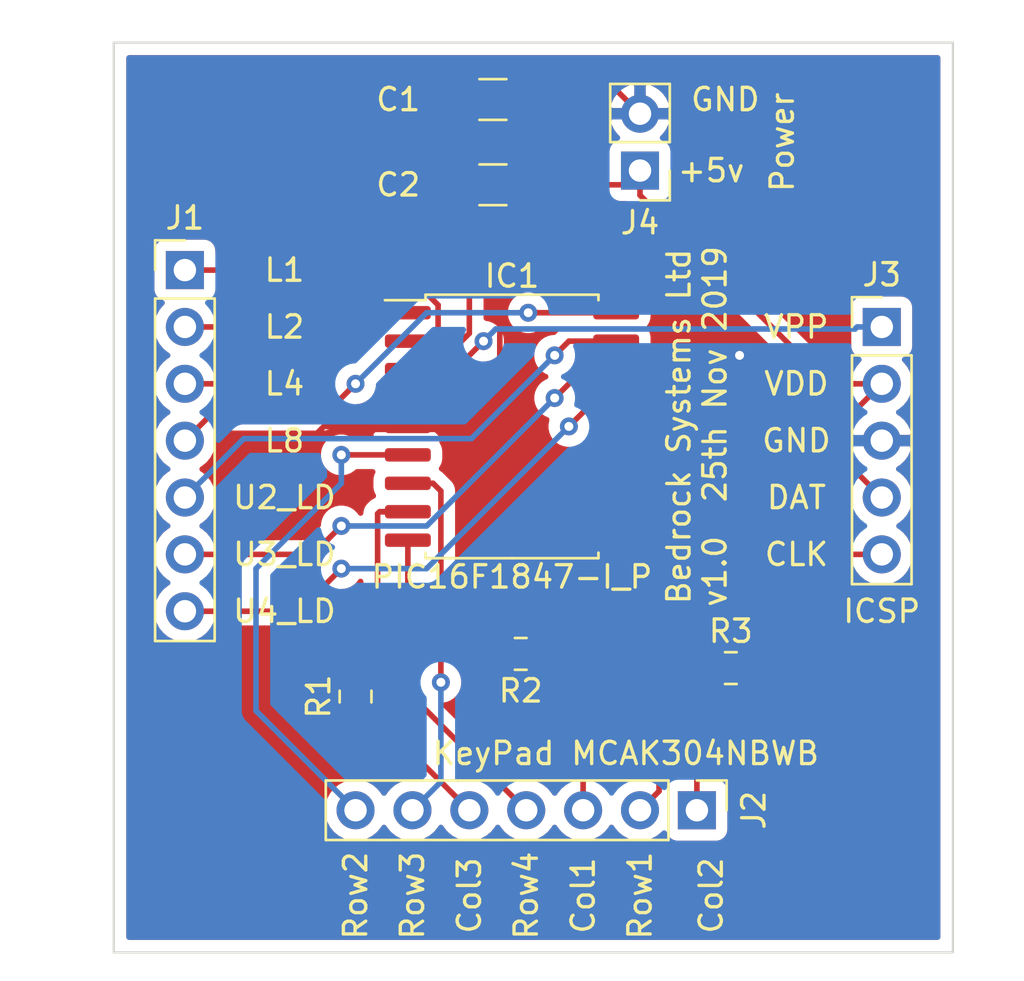
<source format=kicad_pcb>
(kicad_pcb (version 20171130) (host pcbnew "(5.1.4)-1")

  (general
    (thickness 1.6)
    (drawings 26)
    (tracks 127)
    (zones 0)
    (modules 10)
    (nets 19)
  )

  (page A4)
  (layers
    (0 F.Cu signal)
    (31 B.Cu signal hide)
    (32 B.Adhes user hide)
    (33 F.Adhes user hide)
    (34 B.Paste user hide)
    (35 F.Paste user hide)
    (36 B.SilkS user hide)
    (37 F.SilkS user)
    (38 B.Mask user hide)
    (39 F.Mask user hide)
    (40 Dwgs.User user hide)
    (41 Cmts.User user hide)
    (42 Eco1.User user hide)
    (43 Eco2.User user hide)
    (44 Edge.Cuts user hide)
    (45 Margin user hide)
    (46 B.CrtYd user hide)
    (47 F.CrtYd user hide)
    (48 B.Fab user hide)
    (49 F.Fab user hide)
  )

  (setup
    (last_trace_width 0.25)
    (trace_clearance 0.2)
    (zone_clearance 0.508)
    (zone_45_only no)
    (trace_min 0.2)
    (via_size 0.8)
    (via_drill 0.4)
    (via_min_size 0.4)
    (via_min_drill 0.3)
    (uvia_size 0.3)
    (uvia_drill 0.1)
    (uvias_allowed no)
    (uvia_min_size 0.2)
    (uvia_min_drill 0.1)
    (edge_width 0.05)
    (segment_width 0.2)
    (pcb_text_width 0.3)
    (pcb_text_size 1.5 1.5)
    (mod_edge_width 0.12)
    (mod_text_size 1 1)
    (mod_text_width 0.15)
    (pad_size 1.524 1.524)
    (pad_drill 0.762)
    (pad_to_mask_clearance 0.051)
    (solder_mask_min_width 0.25)
    (aux_axis_origin 0 0)
    (visible_elements 7FFFFFFF)
    (pcbplotparams
      (layerselection 0x010fc_ffffffff)
      (usegerberextensions false)
      (usegerberattributes false)
      (usegerberadvancedattributes false)
      (creategerberjobfile false)
      (excludeedgelayer true)
      (linewidth 0.100000)
      (plotframeref false)
      (viasonmask false)
      (mode 1)
      (useauxorigin false)
      (hpglpennumber 1)
      (hpglpenspeed 20)
      (hpglpendiameter 15.000000)
      (psnegative false)
      (psa4output false)
      (plotreference true)
      (plotvalue true)
      (plotinvisibletext false)
      (padsonsilk false)
      (subtractmaskfromsilk false)
      (outputformat 1)
      (mirror false)
      (drillshape 0)
      (scaleselection 1)
      (outputdirectory "jlcpcb/"))
  )

  (net 0 "")
  (net 1 VDD)
  (net 2 GND)
  (net 3 "Net-(IC1-Pad18)")
  (net 4 "Net-(IC1-Pad17)")
  (net 5 "Net-(IC1-Pad16)")
  (net 6 "Net-(IC1-Pad15)")
  (net 7 "Net-(IC1-Pad13)")
  (net 8 "Net-(IC1-Pad12)")
  (net 9 "Net-(IC1-Pad11)")
  (net 10 "Net-(IC1-Pad10)")
  (net 11 "Net-(IC1-Pad9)")
  (net 12 "Net-(IC1-Pad8)")
  (net 13 "Net-(IC1-Pad7)")
  (net 14 "Net-(IC1-Pad6)")
  (net 15 "Net-(IC1-Pad4)")
  (net 16 "Net-(IC1-Pad3)")
  (net 17 "Net-(IC1-Pad2)")
  (net 18 "Net-(IC1-Pad1)")

  (net_class Default "This is the default net class."
    (clearance 0.2)
    (trace_width 0.25)
    (via_dia 0.8)
    (via_drill 0.4)
    (uvia_dia 0.3)
    (uvia_drill 0.1)
    (add_net GND)
    (add_net "Net-(IC1-Pad1)")
    (add_net "Net-(IC1-Pad10)")
    (add_net "Net-(IC1-Pad11)")
    (add_net "Net-(IC1-Pad12)")
    (add_net "Net-(IC1-Pad13)")
    (add_net "Net-(IC1-Pad15)")
    (add_net "Net-(IC1-Pad16)")
    (add_net "Net-(IC1-Pad17)")
    (add_net "Net-(IC1-Pad18)")
    (add_net "Net-(IC1-Pad2)")
    (add_net "Net-(IC1-Pad3)")
    (add_net "Net-(IC1-Pad4)")
    (add_net "Net-(IC1-Pad6)")
    (add_net "Net-(IC1-Pad7)")
    (add_net "Net-(IC1-Pad8)")
    (add_net "Net-(IC1-Pad9)")
    (add_net VDD)
  )

  (module Resistor_SMD:R_0805_2012Metric_Pad1.15x1.40mm_HandSolder (layer F.Cu) (tedit 5B36C52B) (tstamp 5DDC6421)
    (at 160.9 96.52)
    (descr "Resistor SMD 0805 (2012 Metric), square (rectangular) end terminal, IPC_7351 nominal with elongated pad for handsoldering. (Body size source: https://docs.google.com/spreadsheets/d/1BsfQQcO9C6DZCsRaXUlFlo91Tg2WpOkGARC1WS5S8t0/edit?usp=sharing), generated with kicad-footprint-generator")
    (tags "resistor handsolder")
    (path /5DDEE9FD)
    (attr smd)
    (fp_text reference R3 (at 0 -1.65) (layer F.SilkS)
      (effects (font (size 1 1) (thickness 0.15)))
    )
    (fp_text value 470ohm (at 0 1.65) (layer F.Fab)
      (effects (font (size 1 1) (thickness 0.15)))
    )
    (fp_text user %R (at 0 0) (layer F.Fab)
      (effects (font (size 0.5 0.5) (thickness 0.08)))
    )
    (fp_line (start 1.85 0.95) (end -1.85 0.95) (layer F.CrtYd) (width 0.05))
    (fp_line (start 1.85 -0.95) (end 1.85 0.95) (layer F.CrtYd) (width 0.05))
    (fp_line (start -1.85 -0.95) (end 1.85 -0.95) (layer F.CrtYd) (width 0.05))
    (fp_line (start -1.85 0.95) (end -1.85 -0.95) (layer F.CrtYd) (width 0.05))
    (fp_line (start -0.261252 0.71) (end 0.261252 0.71) (layer F.SilkS) (width 0.12))
    (fp_line (start -0.261252 -0.71) (end 0.261252 -0.71) (layer F.SilkS) (width 0.12))
    (fp_line (start 1 0.6) (end -1 0.6) (layer F.Fab) (width 0.1))
    (fp_line (start 1 -0.6) (end 1 0.6) (layer F.Fab) (width 0.1))
    (fp_line (start -1 -0.6) (end 1 -0.6) (layer F.Fab) (width 0.1))
    (fp_line (start -1 0.6) (end -1 -0.6) (layer F.Fab) (width 0.1))
    (pad 2 smd roundrect (at 1.025 0) (size 1.15 1.4) (layers F.Cu F.Paste F.Mask) (roundrect_rratio 0.217391)
      (net 2 GND))
    (pad 1 smd roundrect (at -1.025 0) (size 1.15 1.4) (layers F.Cu F.Paste F.Mask) (roundrect_rratio 0.217391)
      (net 8 "Net-(IC1-Pad12)"))
    (model ${KISYS3DMOD}/Resistor_SMD.3dshapes/R_0805_2012Metric.wrl
      (at (xyz 0 0 0))
      (scale (xyz 1 1 1))
      (rotate (xyz 0 0 0))
    )
  )

  (module Resistor_SMD:R_0805_2012Metric_Pad1.15x1.40mm_HandSolder (layer F.Cu) (tedit 5B36C52B) (tstamp 5DDC6410)
    (at 151.52 95.885 180)
    (descr "Resistor SMD 0805 (2012 Metric), square (rectangular) end terminal, IPC_7351 nominal with elongated pad for handsoldering. (Body size source: https://docs.google.com/spreadsheets/d/1BsfQQcO9C6DZCsRaXUlFlo91Tg2WpOkGARC1WS5S8t0/edit?usp=sharing), generated with kicad-footprint-generator")
    (tags "resistor handsolder")
    (path /5DDEE6F1)
    (attr smd)
    (fp_text reference R2 (at 0 -1.65) (layer F.SilkS)
      (effects (font (size 1 1) (thickness 0.15)))
    )
    (fp_text value 470ohm (at 0 1.65) (layer F.Fab)
      (effects (font (size 1 1) (thickness 0.15)))
    )
    (fp_text user %R (at 0 0) (layer F.Fab)
      (effects (font (size 0.5 0.5) (thickness 0.08)))
    )
    (fp_line (start 1.85 0.95) (end -1.85 0.95) (layer F.CrtYd) (width 0.05))
    (fp_line (start 1.85 -0.95) (end 1.85 0.95) (layer F.CrtYd) (width 0.05))
    (fp_line (start -1.85 -0.95) (end 1.85 -0.95) (layer F.CrtYd) (width 0.05))
    (fp_line (start -1.85 0.95) (end -1.85 -0.95) (layer F.CrtYd) (width 0.05))
    (fp_line (start -0.261252 0.71) (end 0.261252 0.71) (layer F.SilkS) (width 0.12))
    (fp_line (start -0.261252 -0.71) (end 0.261252 -0.71) (layer F.SilkS) (width 0.12))
    (fp_line (start 1 0.6) (end -1 0.6) (layer F.Fab) (width 0.1))
    (fp_line (start 1 -0.6) (end 1 0.6) (layer F.Fab) (width 0.1))
    (fp_line (start -1 -0.6) (end 1 -0.6) (layer F.Fab) (width 0.1))
    (fp_line (start -1 0.6) (end -1 -0.6) (layer F.Fab) (width 0.1))
    (pad 2 smd roundrect (at 1.025 0 180) (size 1.15 1.4) (layers F.Cu F.Paste F.Mask) (roundrect_rratio 0.217391)
      (net 2 GND))
    (pad 1 smd roundrect (at -1.025 0 180) (size 1.15 1.4) (layers F.Cu F.Paste F.Mask) (roundrect_rratio 0.217391)
      (net 10 "Net-(IC1-Pad10)"))
    (model ${KISYS3DMOD}/Resistor_SMD.3dshapes/R_0805_2012Metric.wrl
      (at (xyz 0 0 0))
      (scale (xyz 1 1 1))
      (rotate (xyz 0 0 0))
    )
  )

  (module Resistor_SMD:R_0805_2012Metric_Pad1.15x1.40mm_HandSolder (layer F.Cu) (tedit 5B36C52B) (tstamp 5DDC63FF)
    (at 144.145 97.79 90)
    (descr "Resistor SMD 0805 (2012 Metric), square (rectangular) end terminal, IPC_7351 nominal with elongated pad for handsoldering. (Body size source: https://docs.google.com/spreadsheets/d/1BsfQQcO9C6DZCsRaXUlFlo91Tg2WpOkGARC1WS5S8t0/edit?usp=sharing), generated with kicad-footprint-generator")
    (tags "resistor handsolder")
    (path /5DDEDA59)
    (attr smd)
    (fp_text reference R1 (at 0 -1.65 90) (layer F.SilkS)
      (effects (font (size 1 1) (thickness 0.15)))
    )
    (fp_text value 470ohm (at 0 1.65 90) (layer F.Fab)
      (effects (font (size 1 1) (thickness 0.15)))
    )
    (fp_text user %R (at 0 0 90) (layer F.Fab)
      (effects (font (size 0.5 0.5) (thickness 0.08)))
    )
    (fp_line (start 1.85 0.95) (end -1.85 0.95) (layer F.CrtYd) (width 0.05))
    (fp_line (start 1.85 -0.95) (end 1.85 0.95) (layer F.CrtYd) (width 0.05))
    (fp_line (start -1.85 -0.95) (end 1.85 -0.95) (layer F.CrtYd) (width 0.05))
    (fp_line (start -1.85 0.95) (end -1.85 -0.95) (layer F.CrtYd) (width 0.05))
    (fp_line (start -0.261252 0.71) (end 0.261252 0.71) (layer F.SilkS) (width 0.12))
    (fp_line (start -0.261252 -0.71) (end 0.261252 -0.71) (layer F.SilkS) (width 0.12))
    (fp_line (start 1 0.6) (end -1 0.6) (layer F.Fab) (width 0.1))
    (fp_line (start 1 -0.6) (end 1 0.6) (layer F.Fab) (width 0.1))
    (fp_line (start -1 -0.6) (end 1 -0.6) (layer F.Fab) (width 0.1))
    (fp_line (start -1 0.6) (end -1 -0.6) (layer F.Fab) (width 0.1))
    (pad 2 smd roundrect (at 1.025 0 90) (size 1.15 1.4) (layers F.Cu F.Paste F.Mask) (roundrect_rratio 0.217391)
      (net 2 GND))
    (pad 1 smd roundrect (at -1.025 0 90) (size 1.15 1.4) (layers F.Cu F.Paste F.Mask) (roundrect_rratio 0.217391)
      (net 12 "Net-(IC1-Pad8)"))
    (model ${KISYS3DMOD}/Resistor_SMD.3dshapes/R_0805_2012Metric.wrl
      (at (xyz 0 0 0))
      (scale (xyz 1 1 1))
      (rotate (xyz 0 0 0))
    )
  )

  (module Connector_PinHeader_2.54mm:PinHeader_1x02_P2.54mm_Vertical (layer F.Cu) (tedit 59FED5CC) (tstamp 5DDC63EE)
    (at 156.845 74.295 180)
    (descr "Through hole straight pin header, 1x02, 2.54mm pitch, single row")
    (tags "Through hole pin header THT 1x02 2.54mm single row")
    (path /5DE26FB1)
    (fp_text reference J4 (at 0 -2.33) (layer F.SilkS)
      (effects (font (size 1 1) (thickness 0.15)))
    )
    (fp_text value Power (at -6.35 1.27 90) (layer F.SilkS)
      (effects (font (size 1 1) (thickness 0.15)))
    )
    (fp_text user %R (at 0 1.27 90) (layer F.Fab)
      (effects (font (size 1 1) (thickness 0.15)))
    )
    (fp_line (start 1.8 -1.8) (end -1.8 -1.8) (layer F.CrtYd) (width 0.05))
    (fp_line (start 1.8 4.35) (end 1.8 -1.8) (layer F.CrtYd) (width 0.05))
    (fp_line (start -1.8 4.35) (end 1.8 4.35) (layer F.CrtYd) (width 0.05))
    (fp_line (start -1.8 -1.8) (end -1.8 4.35) (layer F.CrtYd) (width 0.05))
    (fp_line (start -1.33 -1.33) (end 0 -1.33) (layer F.SilkS) (width 0.12))
    (fp_line (start -1.33 0) (end -1.33 -1.33) (layer F.SilkS) (width 0.12))
    (fp_line (start -1.33 1.27) (end 1.33 1.27) (layer F.SilkS) (width 0.12))
    (fp_line (start 1.33 1.27) (end 1.33 3.87) (layer F.SilkS) (width 0.12))
    (fp_line (start -1.33 1.27) (end -1.33 3.87) (layer F.SilkS) (width 0.12))
    (fp_line (start -1.33 3.87) (end 1.33 3.87) (layer F.SilkS) (width 0.12))
    (fp_line (start -1.27 -0.635) (end -0.635 -1.27) (layer F.Fab) (width 0.1))
    (fp_line (start -1.27 3.81) (end -1.27 -0.635) (layer F.Fab) (width 0.1))
    (fp_line (start 1.27 3.81) (end -1.27 3.81) (layer F.Fab) (width 0.1))
    (fp_line (start 1.27 -1.27) (end 1.27 3.81) (layer F.Fab) (width 0.1))
    (fp_line (start -0.635 -1.27) (end 1.27 -1.27) (layer F.Fab) (width 0.1))
    (pad 2 thru_hole oval (at 0 2.54 180) (size 1.7 1.7) (drill 1) (layers *.Cu *.Mask)
      (net 2 GND))
    (pad 1 thru_hole rect (at 0 0 180) (size 1.7 1.7) (drill 1) (layers *.Cu *.Mask)
      (net 1 VDD))
    (model ${KISYS3DMOD}/Connector_PinHeader_2.54mm.3dshapes/PinHeader_1x02_P2.54mm_Vertical.wrl
      (at (xyz 0 0 0))
      (scale (xyz 1 1 1))
      (rotate (xyz 0 0 0))
    )
  )

  (module Connector_PinHeader_2.54mm:PinHeader_1x05_P2.54mm_Vertical (layer F.Cu) (tedit 59FED5CC) (tstamp 5DDC63D8)
    (at 167.64 81.28)
    (descr "Through hole straight pin header, 1x05, 2.54mm pitch, single row")
    (tags "Through hole pin header THT 1x05 2.54mm single row")
    (path /5DDD99F4)
    (fp_text reference J3 (at 0 -2.33) (layer F.SilkS)
      (effects (font (size 1 1) (thickness 0.15)))
    )
    (fp_text value ICSP (at 0 12.7) (layer F.SilkS)
      (effects (font (size 1 1) (thickness 0.15)))
    )
    (fp_text user %R (at 0 5.08 90) (layer F.Fab)
      (effects (font (size 1 1) (thickness 0.15)))
    )
    (fp_line (start 1.8 -1.8) (end -1.8 -1.8) (layer F.CrtYd) (width 0.05))
    (fp_line (start 1.8 11.95) (end 1.8 -1.8) (layer F.CrtYd) (width 0.05))
    (fp_line (start -1.8 11.95) (end 1.8 11.95) (layer F.CrtYd) (width 0.05))
    (fp_line (start -1.8 -1.8) (end -1.8 11.95) (layer F.CrtYd) (width 0.05))
    (fp_line (start -1.33 -1.33) (end 0 -1.33) (layer F.SilkS) (width 0.12))
    (fp_line (start -1.33 0) (end -1.33 -1.33) (layer F.SilkS) (width 0.12))
    (fp_line (start -1.33 1.27) (end 1.33 1.27) (layer F.SilkS) (width 0.12))
    (fp_line (start 1.33 1.27) (end 1.33 11.49) (layer F.SilkS) (width 0.12))
    (fp_line (start -1.33 1.27) (end -1.33 11.49) (layer F.SilkS) (width 0.12))
    (fp_line (start -1.33 11.49) (end 1.33 11.49) (layer F.SilkS) (width 0.12))
    (fp_line (start -1.27 -0.635) (end -0.635 -1.27) (layer F.Fab) (width 0.1))
    (fp_line (start -1.27 11.43) (end -1.27 -0.635) (layer F.Fab) (width 0.1))
    (fp_line (start 1.27 11.43) (end -1.27 11.43) (layer F.Fab) (width 0.1))
    (fp_line (start 1.27 -1.27) (end 1.27 11.43) (layer F.Fab) (width 0.1))
    (fp_line (start -0.635 -1.27) (end 1.27 -1.27) (layer F.Fab) (width 0.1))
    (pad 5 thru_hole oval (at 0 10.16) (size 1.7 1.7) (drill 1) (layers *.Cu *.Mask)
      (net 8 "Net-(IC1-Pad12)"))
    (pad 4 thru_hole oval (at 0 7.62) (size 1.7 1.7) (drill 1) (layers *.Cu *.Mask)
      (net 7 "Net-(IC1-Pad13)"))
    (pad 3 thru_hole oval (at 0 5.08) (size 1.7 1.7) (drill 1) (layers *.Cu *.Mask)
      (net 2 GND))
    (pad 2 thru_hole oval (at 0 2.54) (size 1.7 1.7) (drill 1) (layers *.Cu *.Mask)
      (net 1 VDD))
    (pad 1 thru_hole rect (at 0 0) (size 1.7 1.7) (drill 1) (layers *.Cu *.Mask)
      (net 15 "Net-(IC1-Pad4)"))
    (model ${KISYS3DMOD}/Connector_PinHeader_2.54mm.3dshapes/PinHeader_1x05_P2.54mm_Vertical.wrl
      (at (xyz 0 0 0))
      (scale (xyz 1 1 1))
      (rotate (xyz 0 0 0))
    )
  )

  (module Connector_PinHeader_2.54mm:PinHeader_1x07_P2.54mm_Vertical (layer F.Cu) (tedit 59FED5CC) (tstamp 5DDC63BF)
    (at 159.385 102.87 270)
    (descr "Through hole straight pin header, 1x07, 2.54mm pitch, single row")
    (tags "Through hole pin header THT 1x07 2.54mm single row")
    (path /5DDC9CB3)
    (fp_text reference J2 (at 0 -2.54 90) (layer F.SilkS)
      (effects (font (size 1 1) (thickness 0.15)))
    )
    (fp_text value "KeyPad MCAK304NBWB" (at -2.54 3.175 180) (layer F.SilkS)
      (effects (font (size 1 1) (thickness 0.15)))
    )
    (fp_text user %R (at 0 7.62) (layer F.Fab)
      (effects (font (size 1 1) (thickness 0.15)))
    )
    (fp_line (start 1.8 -1.8) (end -1.8 -1.8) (layer F.CrtYd) (width 0.05))
    (fp_line (start 1.8 17.05) (end 1.8 -1.8) (layer F.CrtYd) (width 0.05))
    (fp_line (start -1.8 17.05) (end 1.8 17.05) (layer F.CrtYd) (width 0.05))
    (fp_line (start -1.8 -1.8) (end -1.8 17.05) (layer F.CrtYd) (width 0.05))
    (fp_line (start -1.33 -1.33) (end 0 -1.33) (layer F.SilkS) (width 0.12))
    (fp_line (start -1.33 0) (end -1.33 -1.33) (layer F.SilkS) (width 0.12))
    (fp_line (start -1.33 1.27) (end 1.33 1.27) (layer F.SilkS) (width 0.12))
    (fp_line (start 1.33 1.27) (end 1.33 16.57) (layer F.SilkS) (width 0.12))
    (fp_line (start -1.33 1.27) (end -1.33 16.57) (layer F.SilkS) (width 0.12))
    (fp_line (start -1.33 16.57) (end 1.33 16.57) (layer F.SilkS) (width 0.12))
    (fp_line (start -1.27 -0.635) (end -0.635 -1.27) (layer F.Fab) (width 0.1))
    (fp_line (start -1.27 16.51) (end -1.27 -0.635) (layer F.Fab) (width 0.1))
    (fp_line (start 1.27 16.51) (end -1.27 16.51) (layer F.Fab) (width 0.1))
    (fp_line (start 1.27 -1.27) (end 1.27 16.51) (layer F.Fab) (width 0.1))
    (fp_line (start -0.635 -1.27) (end 1.27 -1.27) (layer F.Fab) (width 0.1))
    (pad 7 thru_hole oval (at 0 15.24 270) (size 1.7 1.7) (drill 1) (layers *.Cu *.Mask)
      (net 14 "Net-(IC1-Pad6)"))
    (pad 6 thru_hole oval (at 0 12.7 270) (size 1.7 1.7) (drill 1) (layers *.Cu *.Mask)
      (net 13 "Net-(IC1-Pad7)"))
    (pad 5 thru_hole oval (at 0 10.16 270) (size 1.7 1.7) (drill 1) (layers *.Cu *.Mask)
      (net 12 "Net-(IC1-Pad8)"))
    (pad 4 thru_hole oval (at 0 7.62 270) (size 1.7 1.7) (drill 1) (layers *.Cu *.Mask)
      (net 11 "Net-(IC1-Pad9)"))
    (pad 3 thru_hole oval (at 0 5.08 270) (size 1.7 1.7) (drill 1) (layers *.Cu *.Mask)
      (net 10 "Net-(IC1-Pad10)"))
    (pad 2 thru_hole oval (at 0 2.54 270) (size 1.7 1.7) (drill 1) (layers *.Cu *.Mask)
      (net 9 "Net-(IC1-Pad11)"))
    (pad 1 thru_hole rect (at 0 0 270) (size 1.7 1.7) (drill 1) (layers *.Cu *.Mask)
      (net 8 "Net-(IC1-Pad12)"))
    (model ${KISYS3DMOD}/Connector_PinHeader_2.54mm.3dshapes/PinHeader_1x07_P2.54mm_Vertical.wrl
      (at (xyz 0 0 0))
      (scale (xyz 1 1 1))
      (rotate (xyz 0 0 0))
    )
  )

  (module Connector_PinHeader_2.54mm:PinHeader_1x07_P2.54mm_Vertical (layer F.Cu) (tedit 59FED5CC) (tstamp 5DDC63A4)
    (at 136.525 78.74)
    (descr "Through hole straight pin header, 1x07, 2.54mm pitch, single row")
    (tags "Through hole pin header THT 1x07 2.54mm single row")
    (path /5DDC67AF)
    (fp_text reference J1 (at 0 -2.33) (layer F.SilkS)
      (effects (font (size 1 1) (thickness 0.15)))
    )
    (fp_text value "4510 Conn" (at 0 21.59 270) (layer F.Fab)
      (effects (font (size 1 1) (thickness 0.15)))
    )
    (fp_text user %R (at 0 7.62 90) (layer F.Fab)
      (effects (font (size 1 1) (thickness 0.15)))
    )
    (fp_line (start 1.8 -1.8) (end -1.8 -1.8) (layer F.CrtYd) (width 0.05))
    (fp_line (start 1.8 17.05) (end 1.8 -1.8) (layer F.CrtYd) (width 0.05))
    (fp_line (start -1.8 17.05) (end 1.8 17.05) (layer F.CrtYd) (width 0.05))
    (fp_line (start -1.8 -1.8) (end -1.8 17.05) (layer F.CrtYd) (width 0.05))
    (fp_line (start -1.33 -1.33) (end 0 -1.33) (layer F.SilkS) (width 0.12))
    (fp_line (start -1.33 0) (end -1.33 -1.33) (layer F.SilkS) (width 0.12))
    (fp_line (start -1.33 1.27) (end 1.33 1.27) (layer F.SilkS) (width 0.12))
    (fp_line (start 1.33 1.27) (end 1.33 16.57) (layer F.SilkS) (width 0.12))
    (fp_line (start -1.33 1.27) (end -1.33 16.57) (layer F.SilkS) (width 0.12))
    (fp_line (start -1.33 16.57) (end 1.33 16.57) (layer F.SilkS) (width 0.12))
    (fp_line (start -1.27 -0.635) (end -0.635 -1.27) (layer F.Fab) (width 0.1))
    (fp_line (start -1.27 16.51) (end -1.27 -0.635) (layer F.Fab) (width 0.1))
    (fp_line (start 1.27 16.51) (end -1.27 16.51) (layer F.Fab) (width 0.1))
    (fp_line (start 1.27 -1.27) (end 1.27 16.51) (layer F.Fab) (width 0.1))
    (fp_line (start -0.635 -1.27) (end 1.27 -1.27) (layer F.Fab) (width 0.1))
    (pad 7 thru_hole oval (at 0 15.24) (size 1.7 1.7) (drill 1) (layers *.Cu *.Mask)
      (net 6 "Net-(IC1-Pad15)"))
    (pad 6 thru_hole oval (at 0 12.7) (size 1.7 1.7) (drill 1) (layers *.Cu *.Mask)
      (net 5 "Net-(IC1-Pad16)"))
    (pad 5 thru_hole oval (at 0 10.16) (size 1.7 1.7) (drill 1) (layers *.Cu *.Mask)
      (net 4 "Net-(IC1-Pad17)"))
    (pad 4 thru_hole oval (at 0 7.62) (size 1.7 1.7) (drill 1) (layers *.Cu *.Mask)
      (net 3 "Net-(IC1-Pad18)"))
    (pad 3 thru_hole oval (at 0 5.08) (size 1.7 1.7) (drill 1) (layers *.Cu *.Mask)
      (net 18 "Net-(IC1-Pad1)"))
    (pad 2 thru_hole oval (at 0 2.54) (size 1.7 1.7) (drill 1) (layers *.Cu *.Mask)
      (net 17 "Net-(IC1-Pad2)"))
    (pad 1 thru_hole rect (at 0 0) (size 1.7 1.7) (drill 1) (layers *.Cu *.Mask)
      (net 16 "Net-(IC1-Pad3)"))
    (model ${KISYS3DMOD}/Connector_PinHeader_2.54mm.3dshapes/PinHeader_1x07_P2.54mm_Vertical.wrl
      (at (xyz 0 0 0))
      (scale (xyz 1 1 1))
      (rotate (xyz 0 0 0))
    )
  )

  (module Package_SO:SOIC-18W_7.5x11.6mm_P1.27mm (layer F.Cu) (tedit 5C97300E) (tstamp 5DDC6389)
    (at 151.13 85.725)
    (descr "SOIC, 18 Pin (JEDEC MS-013AB, https://www.analog.com/media/en/package-pcb-resources/package/33254132129439rw_18.pdf), generated with kicad-footprint-generator ipc_gullwing_generator.py")
    (tags "SOIC SO")
    (path /5DDC4CE0)
    (attr smd)
    (fp_text reference IC1 (at 0 -6.72) (layer F.SilkS)
      (effects (font (size 1 1) (thickness 0.15)))
    )
    (fp_text value PIC16F1847-I_P (at 0 6.72) (layer F.SilkS)
      (effects (font (size 1 1) (thickness 0.15)))
    )
    (fp_text user %R (at 0 0) (layer F.Fab)
      (effects (font (size 1 1) (thickness 0.15)))
    )
    (fp_line (start 5.93 -6.02) (end -5.93 -6.02) (layer F.CrtYd) (width 0.05))
    (fp_line (start 5.93 6.02) (end 5.93 -6.02) (layer F.CrtYd) (width 0.05))
    (fp_line (start -5.93 6.02) (end 5.93 6.02) (layer F.CrtYd) (width 0.05))
    (fp_line (start -5.93 -6.02) (end -5.93 6.02) (layer F.CrtYd) (width 0.05))
    (fp_line (start -3.75 -4.775) (end -2.75 -5.775) (layer F.Fab) (width 0.1))
    (fp_line (start -3.75 5.775) (end -3.75 -4.775) (layer F.Fab) (width 0.1))
    (fp_line (start 3.75 5.775) (end -3.75 5.775) (layer F.Fab) (width 0.1))
    (fp_line (start 3.75 -5.775) (end 3.75 5.775) (layer F.Fab) (width 0.1))
    (fp_line (start -2.75 -5.775) (end 3.75 -5.775) (layer F.Fab) (width 0.1))
    (fp_line (start -3.86 -5.64) (end -5.675 -5.64) (layer F.SilkS) (width 0.12))
    (fp_line (start -3.86 -5.885) (end -3.86 -5.64) (layer F.SilkS) (width 0.12))
    (fp_line (start 0 -5.885) (end -3.86 -5.885) (layer F.SilkS) (width 0.12))
    (fp_line (start 3.86 -5.885) (end 3.86 -5.64) (layer F.SilkS) (width 0.12))
    (fp_line (start 0 -5.885) (end 3.86 -5.885) (layer F.SilkS) (width 0.12))
    (fp_line (start -3.86 5.885) (end -3.86 5.64) (layer F.SilkS) (width 0.12))
    (fp_line (start 0 5.885) (end -3.86 5.885) (layer F.SilkS) (width 0.12))
    (fp_line (start 3.86 5.885) (end 3.86 5.64) (layer F.SilkS) (width 0.12))
    (fp_line (start 0 5.885) (end 3.86 5.885) (layer F.SilkS) (width 0.12))
    (pad 18 smd roundrect (at 4.65 -5.08) (size 2.05 0.6) (layers F.Cu F.Paste F.Mask) (roundrect_rratio 0.25)
      (net 3 "Net-(IC1-Pad18)"))
    (pad 17 smd roundrect (at 4.65 -3.81) (size 2.05 0.6) (layers F.Cu F.Paste F.Mask) (roundrect_rratio 0.25)
      (net 4 "Net-(IC1-Pad17)"))
    (pad 16 smd roundrect (at 4.65 -2.54) (size 2.05 0.6) (layers F.Cu F.Paste F.Mask) (roundrect_rratio 0.25)
      (net 5 "Net-(IC1-Pad16)"))
    (pad 15 smd roundrect (at 4.65 -1.27) (size 2.05 0.6) (layers F.Cu F.Paste F.Mask) (roundrect_rratio 0.25)
      (net 6 "Net-(IC1-Pad15)"))
    (pad 14 smd roundrect (at 4.65 0) (size 2.05 0.6) (layers F.Cu F.Paste F.Mask) (roundrect_rratio 0.25)
      (net 1 VDD))
    (pad 13 smd roundrect (at 4.65 1.27) (size 2.05 0.6) (layers F.Cu F.Paste F.Mask) (roundrect_rratio 0.25)
      (net 7 "Net-(IC1-Pad13)"))
    (pad 12 smd roundrect (at 4.65 2.54) (size 2.05 0.6) (layers F.Cu F.Paste F.Mask) (roundrect_rratio 0.25)
      (net 8 "Net-(IC1-Pad12)"))
    (pad 11 smd roundrect (at 4.65 3.81) (size 2.05 0.6) (layers F.Cu F.Paste F.Mask) (roundrect_rratio 0.25)
      (net 9 "Net-(IC1-Pad11)"))
    (pad 10 smd roundrect (at 4.65 5.08) (size 2.05 0.6) (layers F.Cu F.Paste F.Mask) (roundrect_rratio 0.25)
      (net 10 "Net-(IC1-Pad10)"))
    (pad 9 smd roundrect (at -4.65 5.08) (size 2.05 0.6) (layers F.Cu F.Paste F.Mask) (roundrect_rratio 0.25)
      (net 11 "Net-(IC1-Pad9)"))
    (pad 8 smd roundrect (at -4.65 3.81) (size 2.05 0.6) (layers F.Cu F.Paste F.Mask) (roundrect_rratio 0.25)
      (net 12 "Net-(IC1-Pad8)"))
    (pad 7 smd roundrect (at -4.65 2.54) (size 2.05 0.6) (layers F.Cu F.Paste F.Mask) (roundrect_rratio 0.25)
      (net 13 "Net-(IC1-Pad7)"))
    (pad 6 smd roundrect (at -4.65 1.27) (size 2.05 0.6) (layers F.Cu F.Paste F.Mask) (roundrect_rratio 0.25)
      (net 14 "Net-(IC1-Pad6)"))
    (pad 5 smd roundrect (at -4.65 0) (size 2.05 0.6) (layers F.Cu F.Paste F.Mask) (roundrect_rratio 0.25)
      (net 2 GND))
    (pad 4 smd roundrect (at -4.65 -1.27) (size 2.05 0.6) (layers F.Cu F.Paste F.Mask) (roundrect_rratio 0.25)
      (net 15 "Net-(IC1-Pad4)"))
    (pad 3 smd roundrect (at -4.65 -2.54) (size 2.05 0.6) (layers F.Cu F.Paste F.Mask) (roundrect_rratio 0.25)
      (net 16 "Net-(IC1-Pad3)"))
    (pad 2 smd roundrect (at -4.65 -3.81) (size 2.05 0.6) (layers F.Cu F.Paste F.Mask) (roundrect_rratio 0.25)
      (net 17 "Net-(IC1-Pad2)"))
    (pad 1 smd roundrect (at -4.65 -5.08) (size 2.05 0.6) (layers F.Cu F.Paste F.Mask) (roundrect_rratio 0.25)
      (net 18 "Net-(IC1-Pad1)"))
    (model ${KISYS3DMOD}/Package_SO.3dshapes/SOIC-18W_7.5x11.6mm_P1.27mm.wrl
      (at (xyz 0 0 0))
      (scale (xyz 1 1 1))
      (rotate (xyz 0 0 0))
    )
  )

  (module Capacitor_SMD:C_1206_3216Metric_Pad1.42x1.75mm_HandSolder (layer F.Cu) (tedit 5B301BBE) (tstamp 5DDC6360)
    (at 150.2775 74.93)
    (descr "Capacitor SMD 1206 (3216 Metric), square (rectangular) end terminal, IPC_7351 nominal with elongated pad for handsoldering. (Body size source: http://www.tortai-tech.com/upload/download/2011102023233369053.pdf), generated with kicad-footprint-generator")
    (tags "capacitor handsolder")
    (path /5DDCC643)
    (attr smd)
    (fp_text reference C2 (at -4.2275 0) (layer F.SilkS)
      (effects (font (size 1 1) (thickness 0.15)))
    )
    (fp_text value 0.01uF (at 0 1.82) (layer F.Fab)
      (effects (font (size 1 1) (thickness 0.15)))
    )
    (fp_text user %R (at 0 0) (layer F.Fab)
      (effects (font (size 0.8 0.8) (thickness 0.12)))
    )
    (fp_line (start 2.45 1.12) (end -2.45 1.12) (layer F.CrtYd) (width 0.05))
    (fp_line (start 2.45 -1.12) (end 2.45 1.12) (layer F.CrtYd) (width 0.05))
    (fp_line (start -2.45 -1.12) (end 2.45 -1.12) (layer F.CrtYd) (width 0.05))
    (fp_line (start -2.45 1.12) (end -2.45 -1.12) (layer F.CrtYd) (width 0.05))
    (fp_line (start -0.602064 0.91) (end 0.602064 0.91) (layer F.SilkS) (width 0.12))
    (fp_line (start -0.602064 -0.91) (end 0.602064 -0.91) (layer F.SilkS) (width 0.12))
    (fp_line (start 1.6 0.8) (end -1.6 0.8) (layer F.Fab) (width 0.1))
    (fp_line (start 1.6 -0.8) (end 1.6 0.8) (layer F.Fab) (width 0.1))
    (fp_line (start -1.6 -0.8) (end 1.6 -0.8) (layer F.Fab) (width 0.1))
    (fp_line (start -1.6 0.8) (end -1.6 -0.8) (layer F.Fab) (width 0.1))
    (pad 2 smd roundrect (at 1.4875 0) (size 1.425 1.75) (layers F.Cu F.Paste F.Mask) (roundrect_rratio 0.175439)
      (net 1 VDD))
    (pad 1 smd roundrect (at -1.4875 0) (size 1.425 1.75) (layers F.Cu F.Paste F.Mask) (roundrect_rratio 0.175439)
      (net 2 GND))
    (model ${KISYS3DMOD}/Capacitor_SMD.3dshapes/C_1206_3216Metric.wrl
      (at (xyz 0 0 0))
      (scale (xyz 1 1 1))
      (rotate (xyz 0 0 0))
    )
  )

  (module Capacitor_SMD:C_1206_3216Metric_Pad1.42x1.75mm_HandSolder (layer F.Cu) (tedit 5B301BBE) (tstamp 5DDC634F)
    (at 150.2775 71.12)
    (descr "Capacitor SMD 1206 (3216 Metric), square (rectangular) end terminal, IPC_7351 nominal with elongated pad for handsoldering. (Body size source: http://www.tortai-tech.com/upload/download/2011102023233369053.pdf), generated with kicad-footprint-generator")
    (tags "capacitor handsolder")
    (path /5DDCBB79)
    (attr smd)
    (fp_text reference C1 (at -4.2275 0) (layer F.SilkS)
      (effects (font (size 1 1) (thickness 0.15)))
    )
    (fp_text value 0.1uF (at 0 1.82) (layer F.Fab)
      (effects (font (size 1 1) (thickness 0.15)))
    )
    (fp_text user %R (at 0 0) (layer F.Fab)
      (effects (font (size 0.8 0.8) (thickness 0.12)))
    )
    (fp_line (start 2.45 1.12) (end -2.45 1.12) (layer F.CrtYd) (width 0.05))
    (fp_line (start 2.45 -1.12) (end 2.45 1.12) (layer F.CrtYd) (width 0.05))
    (fp_line (start -2.45 -1.12) (end 2.45 -1.12) (layer F.CrtYd) (width 0.05))
    (fp_line (start -2.45 1.12) (end -2.45 -1.12) (layer F.CrtYd) (width 0.05))
    (fp_line (start -0.602064 0.91) (end 0.602064 0.91) (layer F.SilkS) (width 0.12))
    (fp_line (start -0.602064 -0.91) (end 0.602064 -0.91) (layer F.SilkS) (width 0.12))
    (fp_line (start 1.6 0.8) (end -1.6 0.8) (layer F.Fab) (width 0.1))
    (fp_line (start 1.6 -0.8) (end 1.6 0.8) (layer F.Fab) (width 0.1))
    (fp_line (start -1.6 -0.8) (end 1.6 -0.8) (layer F.Fab) (width 0.1))
    (fp_line (start -1.6 0.8) (end -1.6 -0.8) (layer F.Fab) (width 0.1))
    (pad 2 smd roundrect (at 1.4875 0) (size 1.425 1.75) (layers F.Cu F.Paste F.Mask) (roundrect_rratio 0.175439)
      (net 1 VDD))
    (pad 1 smd roundrect (at -1.4875 0) (size 1.425 1.75) (layers F.Cu F.Paste F.Mask) (roundrect_rratio 0.175439)
      (net 2 GND))
    (model ${KISYS3DMOD}/Capacitor_SMD.3dshapes/C_1206_3216Metric.wrl
      (at (xyz 0 0 0))
      (scale (xyz 1 1 1))
      (rotate (xyz 0 0 0))
    )
  )

  (gr_line (start 133.35 109.22) (end 133.35 68.58) (layer Edge.Cuts) (width 0.1))
  (gr_line (start 170.815 109.22) (end 133.35 109.22) (layer Edge.Cuts) (width 0.1))
  (gr_line (start 170.815 68.58) (end 170.815 109.22) (layer Edge.Cuts) (width 0.1))
  (gr_line (start 133.35 68.58) (end 170.815 68.58) (layer Edge.Cuts) (width 0.1))
  (gr_text "Bedrock Systems Ltd\nv1.0  25th Nov 2019" (at 159.385 85.725 90) (layer F.SilkS)
    (effects (font (size 1 1) (thickness 0.15)))
  )
  (gr_text GND (at 160.655 71.12) (layer F.SilkS)
    (effects (font (size 1 1) (thickness 0.15)))
  )
  (gr_text +5v (at 160.02 74.295) (layer F.SilkS)
    (effects (font (size 1 1) (thickness 0.15)))
  )
  (gr_text CLK (at 163.83 91.44) (layer F.SilkS)
    (effects (font (size 1 1) (thickness 0.15)))
  )
  (gr_text DAT (at 163.83 88.9) (layer F.SilkS)
    (effects (font (size 1 1) (thickness 0.15)))
  )
  (gr_text GND (at 163.83 86.36) (layer F.SilkS)
    (effects (font (size 1 1) (thickness 0.15)))
  )
  (gr_text VDD (at 163.83 83.82) (layer F.SilkS)
    (effects (font (size 1 1) (thickness 0.15)))
  )
  (gr_text VPP (at 163.83 81.28) (layer F.SilkS)
    (effects (font (size 1 1) (thickness 0.15)))
  )
  (gr_text U4_LD (at 140.97 93.98) (layer F.SilkS)
    (effects (font (size 1 1) (thickness 0.15)))
  )
  (gr_text U3_LD (at 140.97 91.44) (layer F.SilkS)
    (effects (font (size 1 1) (thickness 0.15)))
  )
  (gr_text U2_LD (at 140.97 88.9) (layer F.SilkS)
    (effects (font (size 1 1) (thickness 0.15)))
  )
  (gr_text L8 (at 140.97 86.36) (layer F.SilkS)
    (effects (font (size 1 1) (thickness 0.15)))
  )
  (gr_text L4 (at 140.97 83.82) (layer F.SilkS)
    (effects (font (size 1 1) (thickness 0.15)))
  )
  (gr_text L2 (at 140.97 81.28) (layer F.SilkS)
    (effects (font (size 1 1) (thickness 0.15)))
  )
  (gr_text L1 (at 140.97 78.74) (layer F.SilkS)
    (effects (font (size 1 1) (thickness 0.15)))
  )
  (gr_text Row2 (at 144.145 106.68 90) (layer F.SilkS)
    (effects (font (size 1 1) (thickness 0.15)))
  )
  (gr_text Row3 (at 146.685 106.68 90) (layer F.SilkS)
    (effects (font (size 1 1) (thickness 0.15)))
  )
  (gr_text Col3 (at 149.225 106.68 90) (layer F.SilkS)
    (effects (font (size 1 1) (thickness 0.15)))
  )
  (gr_text Row4 (at 151.765 106.68 90) (layer F.SilkS)
    (effects (font (size 1 1) (thickness 0.15)))
  )
  (gr_text Col1 (at 154.305 106.68 90) (layer F.SilkS)
    (effects (font (size 1 1) (thickness 0.15)))
  )
  (gr_text Row1 (at 156.845 106.68 90) (layer F.SilkS)
    (effects (font (size 1 1) (thickness 0.15)))
  )
  (gr_text Col2 (at 160.02 106.68 90) (layer F.SilkS)
    (effects (font (size 1 1) (thickness 0.15)))
  )

  (segment (start 165.735 85.725) (end 167.64 83.82) (width 0.25) (layer F.Cu) (net 1))
  (segment (start 155.78 85.725) (end 165.735 85.725) (width 0.25) (layer F.Cu) (net 1))
  (segment (start 166.437919 83.82) (end 167.64 83.82) (width 0.25) (layer F.Cu) (net 1))
  (segment (start 165.27 83.82) (end 166.437919 83.82) (width 0.25) (layer F.Cu) (net 1))
  (segment (start 156.845 75.395) (end 165.27 83.82) (width 0.25) (layer F.Cu) (net 1))
  (segment (start 156.845 74.295) (end 156.845 75.395) (width 0.25) (layer F.Cu) (net 1))
  (segment (start 151.765 71.12) (end 151.765 74.93) (width 0.25) (layer F.Cu) (net 1))
  (segment (start 156.21 74.93) (end 156.845 74.295) (width 0.25) (layer F.Cu) (net 1))
  (segment (start 151.765 74.93) (end 156.21 74.93) (width 0.25) (layer F.Cu) (net 1))
  (segment (start 149.561347 70.348653) (end 148.79 71.12) (width 0.25) (layer F.Cu) (net 2))
  (segment (start 149.99001 69.91999) (end 149.561347 70.348653) (width 0.25) (layer F.Cu) (net 2))
  (segment (start 155.00999 69.91999) (end 149.99001 69.91999) (width 0.25) (layer F.Cu) (net 2))
  (segment (start 156.845 71.755) (end 155.00999 69.91999) (width 0.25) (layer F.Cu) (net 2))
  (segment (start 148.79 71.12) (end 148.79 74.93) (width 0.25) (layer F.Cu) (net 2))
  (segment (start 142.73 85.725) (end 146.48 85.725) (width 0.25) (layer F.Cu) (net 2))
  (segment (start 141.605 86.85) (end 142.73 85.725) (width 0.25) (layer F.Cu) (net 2))
  (segment (start 148.79 74.93) (end 148.79 77.035) (width 0.25) (layer F.Cu) (net 2))
  (segment (start 148.79 77.035) (end 150.495 78.74) (width 0.25) (layer F.Cu) (net 2))
  (via (at 161.29 82.55) (size 0.8) (drill 0.4) (layers F.Cu B.Cu) (net 2))
  (segment (start 165.1 86.36) (end 161.29 82.55) (width 0.25) (layer B.Cu) (net 2))
  (segment (start 157.48 78.74) (end 150.495 78.74) (width 0.25) (layer F.Cu) (net 2))
  (segment (start 161.29 82.55) (end 157.48 78.74) (width 0.25) (layer F.Cu) (net 2))
  (segment (start 146.85071 85.35429) (end 148.32571 85.35429) (width 0.25) (layer F.Cu) (net 2))
  (segment (start 146.48 85.725) (end 146.85071 85.35429) (width 0.25) (layer F.Cu) (net 2))
  (segment (start 150.585001 78.830001) (end 150.495 78.74) (width 0.25) (layer F.Cu) (net 2))
  (segment (start 150.585001 83.094999) (end 150.585001 78.830001) (width 0.25) (layer F.Cu) (net 2))
  (segment (start 148.32571 85.35429) (end 150.585001 83.094999) (width 0.25) (layer F.Cu) (net 2))
  (segment (start 147.605 85.725) (end 146.48 85.725) (width 0.25) (layer F.Cu) (net 2))
  (segment (start 150.495 88.615) (end 147.605 85.725) (width 0.25) (layer F.Cu) (net 2))
  (segment (start 150.495 95.885) (end 150.495 88.615) (width 0.25) (layer F.Cu) (net 2))
  (via (at 144.145 83.82) (size 0.8) (drill 0.4) (layers F.Cu B.Cu) (net 3))
  (segment (start 142.690009 85.274991) (end 144.145 83.82) (width 0.25) (layer F.Cu) (net 3))
  (segment (start 136.525 86.36) (end 137.610009 85.274991) (width 0.25) (layer F.Cu) (net 3))
  (segment (start 137.610009 85.274991) (end 142.690009 85.274991) (width 0.25) (layer F.Cu) (net 3))
  (via (at 151.855 80.645) (size 0.8) (drill 0.4) (layers F.Cu B.Cu) (net 3))
  (segment (start 144.145 83.82) (end 147.32 80.645) (width 0.25) (layer B.Cu) (net 3))
  (segment (start 147.32 80.645) (end 151.855 80.645) (width 0.25) (layer B.Cu) (net 3))
  (segment (start 151.855 80.645) (end 155.78 80.645) (width 0.25) (layer F.Cu) (net 3))
  (via (at 153.035 82.55) (size 0.8) (drill 0.4) (layers F.Cu B.Cu) (net 4))
  (segment (start 149.315001 86.269999) (end 153.035 82.55) (width 0.25) (layer B.Cu) (net 4))
  (segment (start 136.525 88.9) (end 139.155001 86.269999) (width 0.25) (layer B.Cu) (net 4))
  (segment (start 139.155001 86.269999) (end 149.315001 86.269999) (width 0.25) (layer B.Cu) (net 4))
  (segment (start 153.67 81.915) (end 155.78 81.915) (width 0.25) (layer F.Cu) (net 4))
  (segment (start 153.035 82.55) (end 153.67 81.915) (width 0.25) (layer F.Cu) (net 4))
  (via (at 143.51 90.17) (size 0.8) (drill 0.4) (layers F.Cu B.Cu) (net 5))
  (segment (start 136.525 91.44) (end 142.24 91.44) (width 0.25) (layer F.Cu) (net 5))
  (segment (start 142.24 91.44) (end 143.51 90.17) (width 0.25) (layer F.Cu) (net 5))
  (via (at 153.035 84.455) (size 0.8) (drill 0.4) (layers F.Cu B.Cu) (net 5))
  (segment (start 143.51 90.17) (end 147.32 90.17) (width 0.25) (layer B.Cu) (net 5))
  (segment (start 147.32 90.17) (end 153.035 84.455) (width 0.25) (layer B.Cu) (net 5))
  (segment (start 154.305 83.185) (end 155.78 83.185) (width 0.25) (layer F.Cu) (net 5))
  (segment (start 153.035 84.455) (end 154.305 83.185) (width 0.25) (layer F.Cu) (net 5))
  (via (at 143.51 92.075) (size 0.8) (drill 0.4) (layers F.Cu B.Cu) (net 6))
  (segment (start 136.525 93.98) (end 141.605 93.98) (width 0.25) (layer F.Cu) (net 6))
  (segment (start 141.605 93.98) (end 143.51 92.075) (width 0.25) (layer F.Cu) (net 6))
  (via (at 153.67 85.725) (size 0.8) (drill 0.4) (layers F.Cu B.Cu) (net 6))
  (segment (start 143.51 92.075) (end 147.32 92.075) (width 0.25) (layer B.Cu) (net 6))
  (segment (start 147.32 92.075) (end 153.67 85.725) (width 0.25) (layer B.Cu) (net 6))
  (segment (start 155.40929 84.08429) (end 155.78 84.455) (width 0.25) (layer F.Cu) (net 6))
  (segment (start 155.31071 84.08429) (end 155.40929 84.08429) (width 0.25) (layer F.Cu) (net 6))
  (segment (start 153.67 85.725) (end 155.31071 84.08429) (width 0.25) (layer F.Cu) (net 6))
  (segment (start 165.735 86.995) (end 167.64 88.9) (width 0.25) (layer F.Cu) (net 7))
  (segment (start 155.78 86.995) (end 165.735 86.995) (width 0.25) (layer F.Cu) (net 7))
  (segment (start 164.32 91.44) (end 161.145 88.265) (width 0.25) (layer F.Cu) (net 8))
  (segment (start 167.64 91.44) (end 164.32 91.44) (width 0.25) (layer F.Cu) (net 8))
  (segment (start 161.145 88.265) (end 155.78 88.265) (width 0.25) (layer F.Cu) (net 8))
  (segment (start 159.385 97.01) (end 159.875 96.52) (width 0.25) (layer F.Cu) (net 8))
  (segment (start 159.385 102.87) (end 159.385 97.01) (width 0.25) (layer F.Cu) (net 8))
  (segment (start 156.905 88.265) (end 155.78 88.265) (width 0.25) (layer F.Cu) (net 8))
  (segment (start 159.875 96.52) (end 159.875 91.235) (width 0.25) (layer F.Cu) (net 8))
  (segment (start 159.875 91.235) (end 156.905 88.265) (width 0.25) (layer F.Cu) (net 8))
  (segment (start 156.905 89.535) (end 155.78 89.535) (width 0.25) (layer F.Cu) (net 9))
  (segment (start 157.694999 90.324999) (end 156.905 89.535) (width 0.25) (layer F.Cu) (net 9))
  (segment (start 157.694999 102.020001) (end 157.694999 90.324999) (width 0.25) (layer F.Cu) (net 9))
  (segment (start 156.845 102.87) (end 157.694999 102.020001) (width 0.25) (layer F.Cu) (net 9))
  (segment (start 154.305 97.645) (end 152.545 95.885) (width 0.25) (layer F.Cu) (net 10))
  (segment (start 154.305 102.87) (end 154.305 97.645) (width 0.25) (layer F.Cu) (net 10))
  (segment (start 152.545 94.04) (end 155.78 90.805) (width 0.25) (layer F.Cu) (net 10))
  (segment (start 152.545 95.885) (end 152.545 94.04) (width 0.25) (layer F.Cu) (net 10))
  (segment (start 146.48 97.585) (end 151.765 102.87) (width 0.25) (layer F.Cu) (net 11))
  (segment (start 146.48 90.805) (end 146.48 97.585) (width 0.25) (layer F.Cu) (net 11))
  (segment (start 148.375001 102.020001) (end 149.225 102.87) (width 0.25) (layer F.Cu) (net 12))
  (segment (start 146.48 89.535) (end 145.355 89.535) (width 0.25) (layer F.Cu) (net 12))
  (segment (start 145.17 98.815) (end 149.225 102.87) (width 0.25) (layer F.Cu) (net 12))
  (segment (start 144.145 98.815) (end 145.17 98.815) (width 0.25) (layer F.Cu) (net 12))
  (segment (start 145.17001 97.78999) (end 144.768372 98.191628) (width 0.25) (layer F.Cu) (net 12))
  (segment (start 145.17001 95.64001) (end 145.17001 97.78999) (width 0.25) (layer F.Cu) (net 12))
  (segment (start 145.12999 95.59999) (end 145.17001 95.64001) (width 0.25) (layer F.Cu) (net 12))
  (segment (start 145.12999 89.623012) (end 145.12999 95.59999) (width 0.25) (layer F.Cu) (net 12))
  (segment (start 144.768372 98.191628) (end 144.145 98.815) (width 0.25) (layer F.Cu) (net 12))
  (segment (start 145.218002 89.535) (end 145.12999 89.623012) (width 0.25) (layer F.Cu) (net 12))
  (segment (start 146.48 89.535) (end 145.218002 89.535) (width 0.25) (layer F.Cu) (net 12))
  (via (at 147.955 97.155) (size 0.8) (drill 0.4) (layers F.Cu B.Cu) (net 13))
  (segment (start 147.955 88.615) (end 147.955 97.155) (width 0.25) (layer F.Cu) (net 13))
  (segment (start 146.48 88.265) (end 147.605 88.265) (width 0.25) (layer F.Cu) (net 13))
  (segment (start 147.605 88.265) (end 147.955 88.615) (width 0.25) (layer F.Cu) (net 13))
  (segment (start 147.955 101.6) (end 146.685 102.87) (width 0.25) (layer B.Cu) (net 13))
  (segment (start 147.955 97.155) (end 147.955 101.6) (width 0.25) (layer B.Cu) (net 13))
  (via (at 143.51 86.995) (size 0.8) (drill 0.4) (layers F.Cu B.Cu) (net 14))
  (segment (start 146.48 86.995) (end 143.51 86.995) (width 0.25) (layer F.Cu) (net 14))
  (segment (start 143.51 86.995) (end 143.51 88.265) (width 0.25) (layer B.Cu) (net 14))
  (segment (start 143.51 88.265) (end 139.7 92.075) (width 0.25) (layer B.Cu) (net 14))
  (segment (start 139.7 98.425) (end 144.145 102.87) (width 0.25) (layer B.Cu) (net 14))
  (segment (start 139.7 92.075) (end 139.7 98.425) (width 0.25) (layer B.Cu) (net 14))
  (via (at 149.86 81.915) (size 0.8) (drill 0.4) (layers F.Cu B.Cu) (net 15))
  (segment (start 147.69071 84.08429) (end 149.86 81.915) (width 0.25) (layer F.Cu) (net 15))
  (segment (start 146.48 84.455) (end 146.85071 84.08429) (width 0.25) (layer F.Cu) (net 15))
  (segment (start 146.85071 84.08429) (end 147.69071 84.08429) (width 0.25) (layer F.Cu) (net 15))
  (segment (start 166.54 81.28) (end 167.64 81.28) (width 0.25) (layer B.Cu) (net 15))
  (segment (start 166.449999 81.370001) (end 166.54 81.28) (width 0.25) (layer B.Cu) (net 15))
  (segment (start 150.404999 81.370001) (end 166.449999 81.370001) (width 0.25) (layer B.Cu) (net 15))
  (segment (start 149.86 81.915) (end 150.404999 81.370001) (width 0.25) (layer B.Cu) (net 15))
  (segment (start 136.525 78.74) (end 149.225 78.74) (width 0.25) (layer F.Cu) (net 16))
  (segment (start 147.605 83.185) (end 146.48 83.185) (width 0.25) (layer F.Cu) (net 16))
  (segment (start 149.225 81.565) (end 147.605 83.185) (width 0.25) (layer F.Cu) (net 16))
  (segment (start 149.225 78.74) (end 149.225 81.565) (width 0.25) (layer F.Cu) (net 16))
  (segment (start 136.525 81.28) (end 142.875 81.28) (width 0.25) (layer F.Cu) (net 17))
  (segment (start 142.875 81.28) (end 144.78 79.375) (width 0.25) (layer F.Cu) (net 17))
  (segment (start 147.605 81.915) (end 146.48 81.915) (width 0.25) (layer F.Cu) (net 17))
  (segment (start 147.83001 81.68999) (end 147.605 81.915) (width 0.25) (layer F.Cu) (net 17))
  (segment (start 147.83001 80.298242) (end 147.83001 81.68999) (width 0.25) (layer F.Cu) (net 17))
  (segment (start 146.906768 79.375) (end 147.83001 80.298242) (width 0.25) (layer F.Cu) (net 17))
  (segment (start 144.78 79.375) (end 146.906768 79.375) (width 0.25) (layer F.Cu) (net 17))
  (segment (start 137.727081 83.82) (end 136.525 83.82) (width 0.25) (layer F.Cu) (net 18))
  (segment (start 142.18 83.82) (end 137.727081 83.82) (width 0.25) (layer F.Cu) (net 18))
  (segment (start 145.355 80.645) (end 142.18 83.82) (width 0.25) (layer F.Cu) (net 18))
  (segment (start 146.48 80.645) (end 145.355 80.645) (width 0.25) (layer F.Cu) (net 18))

  (zone (net 2) (net_name GND) (layer F.Cu) (tstamp 5DDC7566) (hatch edge 0.508)
    (connect_pads (clearance 0.508))
    (min_thickness 0.254)
    (fill yes (arc_segments 32) (thermal_gap 0.508) (thermal_bridge_width 0.508))
    (polygon
      (pts
        (xy 128.27 66.675) (xy 173.99 66.675) (xy 173.99 110.49) (xy 128.27 110.49)
      )
    )
    (filled_polygon
      (pts
        (xy 170.130001 108.535) (xy 134.035 108.535) (xy 134.035 96.19) (xy 142.806928 96.19) (xy 142.81 96.47925)
        (xy 142.96875 96.638) (xy 144.018 96.638) (xy 144.018 95.71375) (xy 143.85925 95.555) (xy 143.445 95.551928)
        (xy 143.320518 95.564188) (xy 143.20082 95.600498) (xy 143.090506 95.659463) (xy 142.993815 95.738815) (xy 142.914463 95.835506)
        (xy 142.855498 95.94582) (xy 142.819188 96.065518) (xy 142.806928 96.19) (xy 134.035 96.19) (xy 134.035 81.28)
        (xy 135.032815 81.28) (xy 135.061487 81.571111) (xy 135.146401 81.851034) (xy 135.284294 82.109014) (xy 135.469866 82.335134)
        (xy 135.695986 82.520706) (xy 135.750791 82.55) (xy 135.695986 82.579294) (xy 135.469866 82.764866) (xy 135.284294 82.990986)
        (xy 135.146401 83.248966) (xy 135.061487 83.528889) (xy 135.032815 83.82) (xy 135.061487 84.111111) (xy 135.146401 84.391034)
        (xy 135.284294 84.649014) (xy 135.469866 84.875134) (xy 135.695986 85.060706) (xy 135.750791 85.09) (xy 135.695986 85.119294)
        (xy 135.469866 85.304866) (xy 135.284294 85.530986) (xy 135.146401 85.788966) (xy 135.061487 86.068889) (xy 135.032815 86.36)
        (xy 135.061487 86.651111) (xy 135.146401 86.931034) (xy 135.284294 87.189014) (xy 135.469866 87.415134) (xy 135.695986 87.600706)
        (xy 135.750791 87.63) (xy 135.695986 87.659294) (xy 135.469866 87.844866) (xy 135.284294 88.070986) (xy 135.146401 88.328966)
        (xy 135.061487 88.608889) (xy 135.032815 88.9) (xy 135.061487 89.191111) (xy 135.146401 89.471034) (xy 135.284294 89.729014)
        (xy 135.469866 89.955134) (xy 135.695986 90.140706) (xy 135.750791 90.17) (xy 135.695986 90.199294) (xy 135.469866 90.384866)
        (xy 135.284294 90.610986) (xy 135.146401 90.868966) (xy 135.061487 91.148889) (xy 135.032815 91.44) (xy 135.061487 91.731111)
        (xy 135.146401 92.011034) (xy 135.284294 92.269014) (xy 135.469866 92.495134) (xy 135.695986 92.680706) (xy 135.750791 92.71)
        (xy 135.695986 92.739294) (xy 135.469866 92.924866) (xy 135.284294 93.150986) (xy 135.146401 93.408966) (xy 135.061487 93.688889)
        (xy 135.032815 93.98) (xy 135.061487 94.271111) (xy 135.146401 94.551034) (xy 135.284294 94.809014) (xy 135.469866 95.035134)
        (xy 135.695986 95.220706) (xy 135.953966 95.358599) (xy 136.233889 95.443513) (xy 136.45205 95.465) (xy 136.59795 95.465)
        (xy 136.816111 95.443513) (xy 137.096034 95.358599) (xy 137.354014 95.220706) (xy 137.580134 95.035134) (xy 137.765706 94.809014)
        (xy 137.802595 94.74) (xy 141.567678 94.74) (xy 141.605 94.743676) (xy 141.642322 94.74) (xy 141.642333 94.74)
        (xy 141.753986 94.729003) (xy 141.897247 94.685546) (xy 142.029276 94.614974) (xy 142.145001 94.520001) (xy 142.168804 94.490997)
        (xy 143.549802 93.11) (xy 143.611939 93.11) (xy 143.811898 93.070226) (xy 144.000256 92.992205) (xy 144.169774 92.878937)
        (xy 144.313937 92.734774) (xy 144.369991 92.650884) (xy 144.369991 95.562658) (xy 144.366314 95.59999) (xy 144.368058 95.617692)
        (xy 144.272 95.71375) (xy 144.272 96.638) (xy 144.292 96.638) (xy 144.292 96.892) (xy 144.272 96.892)
        (xy 144.272 96.912) (xy 144.018 96.912) (xy 144.018 96.892) (xy 142.96875 96.892) (xy 142.81 97.05075)
        (xy 142.806928 97.34) (xy 142.819188 97.464482) (xy 142.855498 97.58418) (xy 142.914463 97.694494) (xy 142.993815 97.791185)
        (xy 143.073594 97.856658) (xy 143.067038 97.862038) (xy 142.956595 97.996613) (xy 142.874528 98.150149) (xy 142.823992 98.316745)
        (xy 142.806928 98.489999) (xy 142.806928 99.140001) (xy 142.823992 99.313255) (xy 142.874528 99.479851) (xy 142.956595 99.633387)
        (xy 143.067038 99.767962) (xy 143.201613 99.878405) (xy 143.355149 99.960472) (xy 143.521745 100.011008) (xy 143.694999 100.028072)
        (xy 144.595001 100.028072) (xy 144.768255 100.011008) (xy 144.934851 99.960472) (xy 145.088387 99.878405) (xy 145.126953 99.846754)
        (xy 146.665198 101.385) (xy 146.61205 101.385) (xy 146.393889 101.406487) (xy 146.113966 101.491401) (xy 145.855986 101.629294)
        (xy 145.629866 101.814866) (xy 145.444294 102.040986) (xy 145.415 102.095791) (xy 145.385706 102.040986) (xy 145.200134 101.814866)
        (xy 144.974014 101.629294) (xy 144.716034 101.491401) (xy 144.436111 101.406487) (xy 144.21795 101.385) (xy 144.07205 101.385)
        (xy 143.853889 101.406487) (xy 143.573966 101.491401) (xy 143.315986 101.629294) (xy 143.089866 101.814866) (xy 142.904294 102.040986)
        (xy 142.766401 102.298966) (xy 142.681487 102.578889) (xy 142.652815 102.87) (xy 142.681487 103.161111) (xy 142.766401 103.441034)
        (xy 142.904294 103.699014) (xy 143.089866 103.925134) (xy 143.315986 104.110706) (xy 143.573966 104.248599) (xy 143.853889 104.333513)
        (xy 144.07205 104.355) (xy 144.21795 104.355) (xy 144.436111 104.333513) (xy 144.716034 104.248599) (xy 144.974014 104.110706)
        (xy 145.200134 103.925134) (xy 145.385706 103.699014) (xy 145.415 103.644209) (xy 145.444294 103.699014) (xy 145.629866 103.925134)
        (xy 145.855986 104.110706) (xy 146.113966 104.248599) (xy 146.393889 104.333513) (xy 146.61205 104.355) (xy 146.75795 104.355)
        (xy 146.976111 104.333513) (xy 147.256034 104.248599) (xy 147.514014 104.110706) (xy 147.740134 103.925134) (xy 147.925706 103.699014)
        (xy 147.955 103.644209) (xy 147.984294 103.699014) (xy 148.169866 103.925134) (xy 148.395986 104.110706) (xy 148.653966 104.248599)
        (xy 148.933889 104.333513) (xy 149.15205 104.355) (xy 149.29795 104.355) (xy 149.516111 104.333513) (xy 149.796034 104.248599)
        (xy 150.054014 104.110706) (xy 150.280134 103.925134) (xy 150.465706 103.699014) (xy 150.495 103.644209) (xy 150.524294 103.699014)
        (xy 150.709866 103.925134) (xy 150.935986 104.110706) (xy 151.193966 104.248599) (xy 151.473889 104.333513) (xy 151.69205 104.355)
        (xy 151.83795 104.355) (xy 152.056111 104.333513) (xy 152.336034 104.248599) (xy 152.594014 104.110706) (xy 152.820134 103.925134)
        (xy 153.005706 103.699014) (xy 153.035 103.644209) (xy 153.064294 103.699014) (xy 153.249866 103.925134) (xy 153.475986 104.110706)
        (xy 153.733966 104.248599) (xy 154.013889 104.333513) (xy 154.23205 104.355) (xy 154.37795 104.355) (xy 154.596111 104.333513)
        (xy 154.876034 104.248599) (xy 155.134014 104.110706) (xy 155.360134 103.925134) (xy 155.545706 103.699014) (xy 155.575 103.644209)
        (xy 155.604294 103.699014) (xy 155.789866 103.925134) (xy 156.015986 104.110706) (xy 156.273966 104.248599) (xy 156.553889 104.333513)
        (xy 156.77205 104.355) (xy 156.91795 104.355) (xy 157.136111 104.333513) (xy 157.416034 104.248599) (xy 157.674014 104.110706)
        (xy 157.900134 103.925134) (xy 157.924607 103.895313) (xy 157.945498 103.96418) (xy 158.004463 104.074494) (xy 158.083815 104.171185)
        (xy 158.180506 104.250537) (xy 158.29082 104.309502) (xy 158.410518 104.345812) (xy 158.535 104.358072) (xy 160.235 104.358072)
        (xy 160.359482 104.345812) (xy 160.47918 104.309502) (xy 160.589494 104.250537) (xy 160.686185 104.171185) (xy 160.765537 104.074494)
        (xy 160.824502 103.96418) (xy 160.860812 103.844482) (xy 160.873072 103.72) (xy 160.873072 102.02) (xy 160.860812 101.895518)
        (xy 160.824502 101.77582) (xy 160.765537 101.665506) (xy 160.686185 101.568815) (xy 160.589494 101.489463) (xy 160.47918 101.430498)
        (xy 160.359482 101.394188) (xy 160.235 101.381928) (xy 160.145 101.381928) (xy 160.145 97.858072) (xy 160.200001 97.858072)
        (xy 160.373255 97.841008) (xy 160.539851 97.790472) (xy 160.693387 97.708405) (xy 160.827962 97.597962) (xy 160.833342 97.591406)
        (xy 160.898815 97.671185) (xy 160.995506 97.750537) (xy 161.10582 97.809502) (xy 161.225518 97.845812) (xy 161.35 97.858072)
        (xy 161.63925 97.855) (xy 161.798 97.69625) (xy 161.798 96.647) (xy 162.052 96.647) (xy 162.052 97.69625)
        (xy 162.21075 97.855) (xy 162.5 97.858072) (xy 162.624482 97.845812) (xy 162.74418 97.809502) (xy 162.854494 97.750537)
        (xy 162.951185 97.671185) (xy 163.030537 97.574494) (xy 163.089502 97.46418) (xy 163.125812 97.344482) (xy 163.138072 97.22)
        (xy 163.135 96.80575) (xy 162.97625 96.647) (xy 162.052 96.647) (xy 161.798 96.647) (xy 161.778 96.647)
        (xy 161.778 96.393) (xy 161.798 96.393) (xy 161.798 95.34375) (xy 162.052 95.34375) (xy 162.052 96.393)
        (xy 162.97625 96.393) (xy 163.135 96.23425) (xy 163.138072 95.82) (xy 163.125812 95.695518) (xy 163.089502 95.57582)
        (xy 163.030537 95.465506) (xy 162.951185 95.368815) (xy 162.854494 95.289463) (xy 162.74418 95.230498) (xy 162.624482 95.194188)
        (xy 162.5 95.181928) (xy 162.21075 95.185) (xy 162.052 95.34375) (xy 161.798 95.34375) (xy 161.63925 95.185)
        (xy 161.35 95.181928) (xy 161.225518 95.194188) (xy 161.10582 95.230498) (xy 160.995506 95.289463) (xy 160.898815 95.368815)
        (xy 160.833342 95.448594) (xy 160.827962 95.442038) (xy 160.693387 95.331595) (xy 160.635 95.300386) (xy 160.635 91.272322)
        (xy 160.638676 91.234999) (xy 160.635 91.197676) (xy 160.635 91.197667) (xy 160.624003 91.086014) (xy 160.580546 90.942753)
        (xy 160.509974 90.810724) (xy 160.415001 90.694999) (xy 160.386003 90.671201) (xy 158.739801 89.025) (xy 160.830199 89.025)
        (xy 163.756201 91.951003) (xy 163.779999 91.980001) (xy 163.808997 92.003799) (xy 163.895723 92.074974) (xy 164.027753 92.145546)
        (xy 164.171014 92.189003) (xy 164.282667 92.2) (xy 164.282676 92.2) (xy 164.319999 92.203676) (xy 164.357322 92.2)
        (xy 166.362405 92.2) (xy 166.399294 92.269014) (xy 166.584866 92.495134) (xy 166.810986 92.680706) (xy 167.068966 92.818599)
        (xy 167.348889 92.903513) (xy 167.56705 92.925) (xy 167.71295 92.925) (xy 167.931111 92.903513) (xy 168.211034 92.818599)
        (xy 168.469014 92.680706) (xy 168.695134 92.495134) (xy 168.880706 92.269014) (xy 169.018599 92.011034) (xy 169.103513 91.731111)
        (xy 169.132185 91.44) (xy 169.103513 91.148889) (xy 169.018599 90.868966) (xy 168.880706 90.610986) (xy 168.695134 90.384866)
        (xy 168.469014 90.199294) (xy 168.414209 90.17) (xy 168.469014 90.140706) (xy 168.695134 89.955134) (xy 168.880706 89.729014)
        (xy 169.018599 89.471034) (xy 169.103513 89.191111) (xy 169.132185 88.9) (xy 169.103513 88.608889) (xy 169.018599 88.328966)
        (xy 168.880706 88.070986) (xy 168.695134 87.844866) (xy 168.469014 87.659294) (xy 168.404477 87.624799) (xy 168.521355 87.555178)
        (xy 168.737588 87.360269) (xy 168.911641 87.12692) (xy 169.036825 86.864099) (xy 169.081476 86.71689) (xy 168.960155 86.487)
        (xy 167.767 86.487) (xy 167.767 86.507) (xy 167.513 86.507) (xy 167.513 86.487) (xy 167.493 86.487)
        (xy 167.493 86.233) (xy 167.513 86.233) (xy 167.513 86.213) (xy 167.767 86.213) (xy 167.767 86.233)
        (xy 168.960155 86.233) (xy 169.081476 86.00311) (xy 169.036825 85.855901) (xy 168.911641 85.59308) (xy 168.737588 85.359731)
        (xy 168.521355 85.164822) (xy 168.404477 85.095201) (xy 168.469014 85.060706) (xy 168.695134 84.875134) (xy 168.880706 84.649014)
        (xy 169.018599 84.391034) (xy 169.103513 84.111111) (xy 169.132185 83.82) (xy 169.103513 83.528889) (xy 169.018599 83.248966)
        (xy 168.880706 82.990986) (xy 168.695134 82.764866) (xy 168.665313 82.740393) (xy 168.73418 82.719502) (xy 168.844494 82.660537)
        (xy 168.941185 82.581185) (xy 169.020537 82.484494) (xy 169.079502 82.37418) (xy 169.115812 82.254482) (xy 169.128072 82.13)
        (xy 169.128072 80.43) (xy 169.115812 80.305518) (xy 169.079502 80.18582) (xy 169.020537 80.075506) (xy 168.941185 79.978815)
        (xy 168.844494 79.899463) (xy 168.73418 79.840498) (xy 168.614482 79.804188) (xy 168.49 79.791928) (xy 166.79 79.791928)
        (xy 166.665518 79.804188) (xy 166.54582 79.840498) (xy 166.435506 79.899463) (xy 166.338815 79.978815) (xy 166.259463 80.075506)
        (xy 166.200498 80.18582) (xy 166.164188 80.305518) (xy 166.151928 80.43) (xy 166.151928 82.13) (xy 166.164188 82.254482)
        (xy 166.200498 82.37418) (xy 166.259463 82.484494) (xy 166.338815 82.581185) (xy 166.435506 82.660537) (xy 166.54582 82.719502)
        (xy 166.614687 82.740393) (xy 166.584866 82.764866) (xy 166.399294 82.990986) (xy 166.362405 83.06) (xy 165.584802 83.06)
        (xy 158.132345 75.607543) (xy 158.146185 75.596185) (xy 158.225537 75.499494) (xy 158.284502 75.38918) (xy 158.320812 75.269482)
        (xy 158.333072 75.145) (xy 158.333072 73.445) (xy 158.320812 73.320518) (xy 158.284502 73.20082) (xy 158.225537 73.090506)
        (xy 158.146185 72.993815) (xy 158.049494 72.914463) (xy 157.93918 72.855498) (xy 157.858534 72.831034) (xy 157.942588 72.755269)
        (xy 158.116641 72.52192) (xy 158.241825 72.259099) (xy 158.286476 72.11189) (xy 158.165155 71.882) (xy 156.972 71.882)
        (xy 156.972 71.902) (xy 156.718 71.902) (xy 156.718 71.882) (xy 155.524845 71.882) (xy 155.403524 72.11189)
        (xy 155.448175 72.259099) (xy 155.573359 72.52192) (xy 155.747412 72.755269) (xy 155.831466 72.831034) (xy 155.75082 72.855498)
        (xy 155.640506 72.914463) (xy 155.543815 72.993815) (xy 155.464463 73.090506) (xy 155.405498 73.20082) (xy 155.369188 73.320518)
        (xy 155.356928 73.445) (xy 155.356928 74.17) (xy 153.102276 74.17) (xy 153.098508 74.131746) (xy 153.047972 73.96515)
        (xy 152.965905 73.811614) (xy 152.855462 73.677038) (xy 152.720886 73.566595) (xy 152.56735 73.484528) (xy 152.525 73.471681)
        (xy 152.525 72.578319) (xy 152.56735 72.565472) (xy 152.720886 72.483405) (xy 152.855462 72.372962) (xy 152.965905 72.238386)
        (xy 153.047972 72.08485) (xy 153.098508 71.918254) (xy 153.115572 71.745) (xy 153.115572 71.39811) (xy 155.403524 71.39811)
        (xy 155.524845 71.628) (xy 156.718 71.628) (xy 156.718 70.434186) (xy 156.972 70.434186) (xy 156.972 71.628)
        (xy 158.165155 71.628) (xy 158.286476 71.39811) (xy 158.241825 71.250901) (xy 158.116641 70.98808) (xy 157.942588 70.754731)
        (xy 157.726355 70.559822) (xy 157.476252 70.410843) (xy 157.201891 70.313519) (xy 156.972 70.434186) (xy 156.718 70.434186)
        (xy 156.488109 70.313519) (xy 156.213748 70.410843) (xy 155.963645 70.559822) (xy 155.747412 70.754731) (xy 155.573359 70.98808)
        (xy 155.448175 71.250901) (xy 155.403524 71.39811) (xy 153.115572 71.39811) (xy 153.115572 70.495) (xy 153.098508 70.321746)
        (xy 153.047972 70.15515) (xy 152.965905 70.001614) (xy 152.855462 69.867038) (xy 152.720886 69.756595) (xy 152.56735 69.674528)
        (xy 152.400754 69.623992) (xy 152.2275 69.606928) (xy 151.3025 69.606928) (xy 151.129246 69.623992) (xy 150.96265 69.674528)
        (xy 150.809114 69.756595) (xy 150.674538 69.867038) (xy 150.564095 70.001614) (xy 150.482028 70.15515) (xy 150.431492 70.321746)
        (xy 150.414428 70.495) (xy 150.414428 71.745) (xy 150.431492 71.918254) (xy 150.482028 72.08485) (xy 150.564095 72.238386)
        (xy 150.674538 72.372962) (xy 150.809114 72.483405) (xy 150.96265 72.565472) (xy 151.005 72.578319) (xy 151.005001 73.471681)
        (xy 150.96265 73.484528) (xy 150.809114 73.566595) (xy 150.674538 73.677038) (xy 150.564095 73.811614) (xy 150.482028 73.96515)
        (xy 150.431492 74.131746) (xy 150.414428 74.305) (xy 150.414428 75.555) (xy 150.431492 75.728254) (xy 150.482028 75.89485)
        (xy 150.564095 76.048386) (xy 150.674538 76.182962) (xy 150.809114 76.293405) (xy 150.96265 76.375472) (xy 151.129246 76.426008)
        (xy 151.3025 76.443072) (xy 152.2275 76.443072) (xy 152.400754 76.426008) (xy 152.56735 76.375472) (xy 152.720886 76.293405)
        (xy 152.855462 76.182962) (xy 152.965905 76.048386) (xy 153.047972 75.89485) (xy 153.098508 75.728254) (xy 153.102276 75.69)
        (xy 155.667564 75.69) (xy 155.75082 75.734502) (xy 155.870518 75.770812) (xy 155.995 75.783072) (xy 156.190674 75.783072)
        (xy 156.210026 75.819276) (xy 156.272049 75.89485) (xy 156.305 75.935001) (xy 156.333998 75.958799) (xy 164.706201 84.331003)
        (xy 164.729999 84.360001) (xy 164.845724 84.454974) (xy 164.977753 84.525546) (xy 165.121014 84.569003) (xy 165.232667 84.58)
        (xy 165.232676 84.58) (xy 165.269999 84.583676) (xy 165.307322 84.58) (xy 165.805199 84.58) (xy 165.420199 84.965)
        (xy 157.351859 84.965) (xy 157.383084 84.906582) (xy 157.427929 84.758745) (xy 157.443072 84.605) (xy 157.443072 84.305)
        (xy 157.427929 84.151255) (xy 157.383084 84.003418) (xy 157.310258 83.867171) (xy 157.271546 83.82) (xy 157.310258 83.772829)
        (xy 157.383084 83.636582) (xy 157.427929 83.488745) (xy 157.443072 83.335) (xy 157.443072 83.035) (xy 157.427929 82.881255)
        (xy 157.383084 82.733418) (xy 157.310258 82.597171) (xy 157.271546 82.55) (xy 157.310258 82.502829) (xy 157.383084 82.366582)
        (xy 157.427929 82.218745) (xy 157.443072 82.065) (xy 157.443072 81.765) (xy 157.427929 81.611255) (xy 157.383084 81.463418)
        (xy 157.310258 81.327171) (xy 157.271546 81.28) (xy 157.310258 81.232829) (xy 157.383084 81.096582) (xy 157.427929 80.948745)
        (xy 157.443072 80.795) (xy 157.443072 80.495) (xy 157.427929 80.341255) (xy 157.383084 80.193418) (xy 157.310258 80.057171)
        (xy 157.212251 79.937749) (xy 157.092829 79.839742) (xy 156.956582 79.766916) (xy 156.808745 79.722071) (xy 156.655 79.706928)
        (xy 154.905 79.706928) (xy 154.751255 79.722071) (xy 154.603418 79.766916) (xy 154.467171 79.839742) (xy 154.412024 79.885)
        (xy 152.558711 79.885) (xy 152.514774 79.841063) (xy 152.345256 79.727795) (xy 152.156898 79.649774) (xy 151.956939 79.61)
        (xy 151.753061 79.61) (xy 151.553102 79.649774) (xy 151.364744 79.727795) (xy 151.195226 79.841063) (xy 151.051063 79.985226)
        (xy 150.937795 80.154744) (xy 150.859774 80.343102) (xy 150.82 80.543061) (xy 150.82 80.746939) (xy 150.859774 80.946898)
        (xy 150.937795 81.135256) (xy 151.051063 81.304774) (xy 151.195226 81.448937) (xy 151.364744 81.562205) (xy 151.553102 81.640226)
        (xy 151.753061 81.68) (xy 151.956939 81.68) (xy 152.156898 81.640226) (xy 152.345256 81.562205) (xy 152.514774 81.448937)
        (xy 152.558711 81.405) (xy 153.105198 81.405) (xy 152.995198 81.515) (xy 152.933061 81.515) (xy 152.733102 81.554774)
        (xy 152.544744 81.632795) (xy 152.375226 81.746063) (xy 152.231063 81.890226) (xy 152.117795 82.059744) (xy 152.039774 82.248102)
        (xy 152 82.448061) (xy 152 82.651939) (xy 152.039774 82.851898) (xy 152.117795 83.040256) (xy 152.231063 83.209774)
        (xy 152.375226 83.353937) (xy 152.544744 83.467205) (xy 152.629953 83.5025) (xy 152.544744 83.537795) (xy 152.375226 83.651063)
        (xy 152.231063 83.795226) (xy 152.117795 83.964744) (xy 152.039774 84.153102) (xy 152 84.353061) (xy 152 84.556939)
        (xy 152.039774 84.756898) (xy 152.117795 84.945256) (xy 152.231063 85.114774) (xy 152.375226 85.258937) (xy 152.544744 85.372205)
        (xy 152.674229 85.42584) (xy 152.635 85.623061) (xy 152.635 85.826939) (xy 152.674774 86.026898) (xy 152.752795 86.215256)
        (xy 152.866063 86.384774) (xy 153.010226 86.528937) (xy 153.179744 86.642205) (xy 153.368102 86.720226) (xy 153.568061 86.76)
        (xy 153.771939 86.76) (xy 153.971898 86.720226) (xy 154.145038 86.648509) (xy 154.132071 86.691255) (xy 154.116928 86.845)
        (xy 154.116928 87.145) (xy 154.132071 87.298745) (xy 154.176916 87.446582) (xy 154.249742 87.582829) (xy 154.288454 87.63)
        (xy 154.249742 87.677171) (xy 154.176916 87.813418) (xy 154.132071 87.961255) (xy 154.116928 88.115) (xy 154.116928 88.415)
        (xy 154.132071 88.568745) (xy 154.176916 88.716582) (xy 154.249742 88.852829) (xy 154.288454 88.9) (xy 154.249742 88.947171)
        (xy 154.176916 89.083418) (xy 154.132071 89.231255) (xy 154.116928 89.385) (xy 154.116928 89.685) (xy 154.132071 89.838745)
        (xy 154.176916 89.986582) (xy 154.249742 90.122829) (xy 154.288454 90.17) (xy 154.249742 90.217171) (xy 154.176916 90.353418)
        (xy 154.132071 90.501255) (xy 154.116928 90.655) (xy 154.116928 90.955) (xy 154.132071 91.108745) (xy 154.176916 91.256582)
        (xy 154.203633 91.306565) (xy 152.033998 93.476201) (xy 152.005 93.499999) (xy 151.981202 93.528997) (xy 151.981201 93.528998)
        (xy 151.910026 93.615724) (xy 151.839454 93.747754) (xy 151.795998 93.891015) (xy 151.781324 94.04) (xy 151.785001 94.077332)
        (xy 151.785001 94.665386) (xy 151.726613 94.696595) (xy 151.592038 94.807038) (xy 151.586658 94.813594) (xy 151.521185 94.733815)
        (xy 151.424494 94.654463) (xy 151.31418 94.595498) (xy 151.194482 94.559188) (xy 151.07 94.546928) (xy 150.78075 94.55)
        (xy 150.622 94.70875) (xy 150.622 95.758) (xy 150.642 95.758) (xy 150.642 96.012) (xy 150.622 96.012)
        (xy 150.622 97.06125) (xy 150.78075 97.22) (xy 151.07 97.223072) (xy 151.194482 97.210812) (xy 151.31418 97.174502)
        (xy 151.424494 97.115537) (xy 151.521185 97.036185) (xy 151.586658 96.956406) (xy 151.592038 96.962962) (xy 151.726613 97.073405)
        (xy 151.880149 97.155472) (xy 152.046745 97.206008) (xy 152.219999 97.223072) (xy 152.808271 97.223072) (xy 153.545001 97.959803)
        (xy 153.545 101.592405) (xy 153.475986 101.629294) (xy 153.249866 101.814866) (xy 153.064294 102.040986) (xy 153.035 102.095791)
        (xy 153.005706 102.040986) (xy 152.820134 101.814866) (xy 152.594014 101.629294) (xy 152.336034 101.491401) (xy 152.056111 101.406487)
        (xy 151.83795 101.385) (xy 151.69205 101.385) (xy 151.473889 101.406487) (xy 151.399005 101.429203) (xy 148.142735 98.172934)
        (xy 148.256898 98.150226) (xy 148.445256 98.072205) (xy 148.614774 97.958937) (xy 148.758937 97.814774) (xy 148.872205 97.645256)
        (xy 148.950226 97.456898) (xy 148.99 97.256939) (xy 148.99 97.053061) (xy 148.950226 96.853102) (xy 148.872205 96.664744)
        (xy 148.818922 96.585) (xy 149.281928 96.585) (xy 149.294188 96.709482) (xy 149.330498 96.82918) (xy 149.389463 96.939494)
        (xy 149.468815 97.036185) (xy 149.565506 97.115537) (xy 149.67582 97.174502) (xy 149.795518 97.210812) (xy 149.92 97.223072)
        (xy 150.20925 97.22) (xy 150.368 97.06125) (xy 150.368 96.012) (xy 149.44375 96.012) (xy 149.285 96.17075)
        (xy 149.281928 96.585) (xy 148.818922 96.585) (xy 148.758937 96.495226) (xy 148.715 96.451289) (xy 148.715 95.185)
        (xy 149.281928 95.185) (xy 149.285 95.59925) (xy 149.44375 95.758) (xy 150.368 95.758) (xy 150.368 94.70875)
        (xy 150.20925 94.55) (xy 149.92 94.546928) (xy 149.795518 94.559188) (xy 149.67582 94.595498) (xy 149.565506 94.654463)
        (xy 149.468815 94.733815) (xy 149.389463 94.830506) (xy 149.330498 94.94082) (xy 149.294188 95.060518) (xy 149.281928 95.185)
        (xy 148.715 95.185) (xy 148.715 88.652325) (xy 148.718676 88.615) (xy 148.715 88.577675) (xy 148.715 88.577667)
        (xy 148.704003 88.466014) (xy 148.660546 88.322753) (xy 148.589974 88.190724) (xy 148.495001 88.074999) (xy 148.465998 88.051197)
        (xy 148.168804 87.754003) (xy 148.145001 87.724999) (xy 148.029276 87.630026) (xy 147.989134 87.608569) (xy 148.010258 87.582829)
        (xy 148.083084 87.446582) (xy 148.127929 87.298745) (xy 148.143072 87.145) (xy 148.143072 86.845) (xy 148.127929 86.691255)
        (xy 148.083084 86.543418) (xy 148.01127 86.409064) (xy 148.035537 86.379494) (xy 148.094502 86.26918) (xy 148.130812 86.149482)
        (xy 148.143072 86.025) (xy 148.14 86.01075) (xy 147.98125 85.852) (xy 146.607 85.852) (xy 146.607 85.872)
        (xy 146.353 85.872) (xy 146.353 85.852) (xy 144.97875 85.852) (xy 144.82 86.01075) (xy 144.816928 86.025)
        (xy 144.829188 86.149482) (xy 144.85513 86.235) (xy 144.213711 86.235) (xy 144.169774 86.191063) (xy 144.000256 86.077795)
        (xy 143.811898 85.999774) (xy 143.611939 85.96) (xy 143.408061 85.96) (xy 143.208102 85.999774) (xy 143.019744 86.077795)
        (xy 142.850226 86.191063) (xy 142.706063 86.335226) (xy 142.592795 86.504744) (xy 142.514774 86.693102) (xy 142.475 86.893061)
        (xy 142.475 87.096939) (xy 142.514774 87.296898) (xy 142.592795 87.485256) (xy 142.706063 87.654774) (xy 142.850226 87.798937)
        (xy 143.019744 87.912205) (xy 143.208102 87.990226) (xy 143.408061 88.03) (xy 143.611939 88.03) (xy 143.811898 87.990226)
        (xy 144.000256 87.912205) (xy 144.169774 87.798937) (xy 144.213711 87.755) (xy 144.908141 87.755) (xy 144.876916 87.813418)
        (xy 144.832071 87.961255) (xy 144.816928 88.115) (xy 144.816928 88.415) (xy 144.832071 88.568745) (xy 144.876916 88.716582)
        (xy 144.935644 88.826454) (xy 144.925755 88.829454) (xy 144.793726 88.900026) (xy 144.678001 88.994999) (xy 144.654198 89.024003)
        (xy 144.618993 89.059208) (xy 144.589989 89.083011) (xy 144.547323 89.135) (xy 144.495016 89.198736) (xy 144.471488 89.242754)
        (xy 144.424444 89.330766) (xy 144.380987 89.474027) (xy 144.36999 89.58568) (xy 144.36999 89.58569) (xy 144.369267 89.593033)
        (xy 144.313937 89.510226) (xy 144.169774 89.366063) (xy 144.000256 89.252795) (xy 143.811898 89.174774) (xy 143.611939 89.135)
        (xy 143.408061 89.135) (xy 143.208102 89.174774) (xy 143.019744 89.252795) (xy 142.850226 89.366063) (xy 142.706063 89.510226)
        (xy 142.592795 89.679744) (xy 142.514774 89.868102) (xy 142.475 90.068061) (xy 142.475 90.130198) (xy 141.925199 90.68)
        (xy 137.802595 90.68) (xy 137.765706 90.610986) (xy 137.580134 90.384866) (xy 137.354014 90.199294) (xy 137.299209 90.17)
        (xy 137.354014 90.140706) (xy 137.580134 89.955134) (xy 137.765706 89.729014) (xy 137.903599 89.471034) (xy 137.988513 89.191111)
        (xy 138.017185 88.9) (xy 137.988513 88.608889) (xy 137.903599 88.328966) (xy 137.765706 88.070986) (xy 137.580134 87.844866)
        (xy 137.354014 87.659294) (xy 137.299209 87.63) (xy 137.354014 87.600706) (xy 137.580134 87.415134) (xy 137.765706 87.189014)
        (xy 137.903599 86.931034) (xy 137.988513 86.651111) (xy 138.017185 86.36) (xy 137.988513 86.068889) (xy 137.97823 86.034991)
        (xy 142.652687 86.034991) (xy 142.690009 86.038667) (xy 142.727331 86.034991) (xy 142.727342 86.034991) (xy 142.838995 86.023994)
        (xy 142.982256 85.980537) (xy 143.114285 85.909965) (xy 143.23001 85.814992) (xy 143.253813 85.785988) (xy 144.184802 84.855)
        (xy 144.246939 84.855) (xy 144.446898 84.815226) (xy 144.635256 84.737205) (xy 144.804774 84.623937) (xy 144.817536 84.611175)
        (xy 144.832071 84.758745) (xy 144.876916 84.906582) (xy 144.94873 85.040936) (xy 144.924463 85.070506) (xy 144.865498 85.18082)
        (xy 144.829188 85.300518) (xy 144.816928 85.425) (xy 144.82 85.43925) (xy 144.97875 85.598) (xy 146.353 85.598)
        (xy 146.353 85.578) (xy 146.607 85.578) (xy 146.607 85.598) (xy 147.98125 85.598) (xy 148.14 85.43925)
        (xy 148.143072 85.425) (xy 148.130812 85.300518) (xy 148.094502 85.18082) (xy 148.035537 85.070506) (xy 148.01127 85.040936)
        (xy 148.083084 84.906582) (xy 148.127929 84.758745) (xy 148.133298 84.704236) (xy 148.230711 84.624291) (xy 148.254514 84.595287)
        (xy 149.899802 82.95) (xy 149.961939 82.95) (xy 150.161898 82.910226) (xy 150.350256 82.832205) (xy 150.519774 82.718937)
        (xy 150.663937 82.574774) (xy 150.777205 82.405256) (xy 150.855226 82.216898) (xy 150.895 82.016939) (xy 150.895 81.813061)
        (xy 150.855226 81.613102) (xy 150.777205 81.424744) (xy 150.663937 81.255226) (xy 150.519774 81.111063) (xy 150.350256 80.997795)
        (xy 150.161898 80.919774) (xy 149.985 80.884587) (xy 149.985 78.777333) (xy 149.988677 78.74) (xy 149.974003 78.591014)
        (xy 149.930546 78.447753) (xy 149.859974 78.315724) (xy 149.765001 78.199999) (xy 149.649276 78.105026) (xy 149.517247 78.034454)
        (xy 149.373986 77.990997) (xy 149.262333 77.98) (xy 149.225 77.976323) (xy 149.187667 77.98) (xy 138.013072 77.98)
        (xy 138.013072 77.89) (xy 138.000812 77.765518) (xy 137.964502 77.64582) (xy 137.905537 77.535506) (xy 137.826185 77.438815)
        (xy 137.729494 77.359463) (xy 137.61918 77.300498) (xy 137.499482 77.264188) (xy 137.375 77.251928) (xy 135.675 77.251928)
        (xy 135.550518 77.264188) (xy 135.43082 77.300498) (xy 135.320506 77.359463) (xy 135.223815 77.438815) (xy 135.144463 77.535506)
        (xy 135.085498 77.64582) (xy 135.049188 77.765518) (xy 135.036928 77.89) (xy 135.036928 79.59) (xy 135.049188 79.714482)
        (xy 135.085498 79.83418) (xy 135.144463 79.944494) (xy 135.223815 80.041185) (xy 135.320506 80.120537) (xy 135.43082 80.179502)
        (xy 135.499687 80.200393) (xy 135.469866 80.224866) (xy 135.284294 80.450986) (xy 135.146401 80.708966) (xy 135.061487 80.988889)
        (xy 135.032815 81.28) (xy 134.035 81.28) (xy 134.035 75.805) (xy 147.439428 75.805) (xy 147.451688 75.929482)
        (xy 147.487998 76.04918) (xy 147.546963 76.159494) (xy 147.626315 76.256185) (xy 147.723006 76.335537) (xy 147.83332 76.394502)
        (xy 147.953018 76.430812) (xy 148.0775 76.443072) (xy 148.50425 76.44) (xy 148.663 76.28125) (xy 148.663 75.057)
        (xy 148.917 75.057) (xy 148.917 76.28125) (xy 149.07575 76.44) (xy 149.5025 76.443072) (xy 149.626982 76.430812)
        (xy 149.74668 76.394502) (xy 149.856994 76.335537) (xy 149.953685 76.256185) (xy 150.033037 76.159494) (xy 150.092002 76.04918)
        (xy 150.128312 75.929482) (xy 150.140572 75.805) (xy 150.1375 75.21575) (xy 149.97875 75.057) (xy 148.917 75.057)
        (xy 148.663 75.057) (xy 147.60125 75.057) (xy 147.4425 75.21575) (xy 147.439428 75.805) (xy 134.035 75.805)
        (xy 134.035 74.055) (xy 147.439428 74.055) (xy 147.4425 74.64425) (xy 147.60125 74.803) (xy 148.663 74.803)
        (xy 148.663 73.57875) (xy 148.917 73.57875) (xy 148.917 74.803) (xy 149.97875 74.803) (xy 150.1375 74.64425)
        (xy 150.140572 74.055) (xy 150.128312 73.930518) (xy 150.092002 73.81082) (xy 150.033037 73.700506) (xy 149.953685 73.603815)
        (xy 149.856994 73.524463) (xy 149.74668 73.465498) (xy 149.626982 73.429188) (xy 149.5025 73.416928) (xy 149.07575 73.42)
        (xy 148.917 73.57875) (xy 148.663 73.57875) (xy 148.50425 73.42) (xy 148.0775 73.416928) (xy 147.953018 73.429188)
        (xy 147.83332 73.465498) (xy 147.723006 73.524463) (xy 147.626315 73.603815) (xy 147.546963 73.700506) (xy 147.487998 73.81082)
        (xy 147.451688 73.930518) (xy 147.439428 74.055) (xy 134.035 74.055) (xy 134.035 71.995) (xy 147.439428 71.995)
        (xy 147.451688 72.119482) (xy 147.487998 72.23918) (xy 147.546963 72.349494) (xy 147.626315 72.446185) (xy 147.723006 72.525537)
        (xy 147.83332 72.584502) (xy 147.953018 72.620812) (xy 148.0775 72.633072) (xy 148.50425 72.63) (xy 148.663 72.47125)
        (xy 148.663 71.247) (xy 148.917 71.247) (xy 148.917 72.47125) (xy 149.07575 72.63) (xy 149.5025 72.633072)
        (xy 149.626982 72.620812) (xy 149.74668 72.584502) (xy 149.856994 72.525537) (xy 149.953685 72.446185) (xy 150.033037 72.349494)
        (xy 150.092002 72.23918) (xy 150.128312 72.119482) (xy 150.140572 71.995) (xy 150.1375 71.40575) (xy 149.97875 71.247)
        (xy 148.917 71.247) (xy 148.663 71.247) (xy 147.60125 71.247) (xy 147.4425 71.40575) (xy 147.439428 71.995)
        (xy 134.035 71.995) (xy 134.035 70.245) (xy 147.439428 70.245) (xy 147.4425 70.83425) (xy 147.60125 70.993)
        (xy 148.663 70.993) (xy 148.663 69.76875) (xy 148.917 69.76875) (xy 148.917 70.993) (xy 149.97875 70.993)
        (xy 150.1375 70.83425) (xy 150.140572 70.245) (xy 150.128312 70.120518) (xy 150.092002 70.00082) (xy 150.033037 69.890506)
        (xy 149.953685 69.793815) (xy 149.856994 69.714463) (xy 149.74668 69.655498) (xy 149.626982 69.619188) (xy 149.5025 69.606928)
        (xy 149.07575 69.61) (xy 148.917 69.76875) (xy 148.663 69.76875) (xy 148.50425 69.61) (xy 148.0775 69.606928)
        (xy 147.953018 69.619188) (xy 147.83332 69.655498) (xy 147.723006 69.714463) (xy 147.626315 69.793815) (xy 147.546963 69.890506)
        (xy 147.487998 70.00082) (xy 147.451688 70.120518) (xy 147.439428 70.245) (xy 134.035 70.245) (xy 134.035 69.265)
        (xy 170.13 69.265)
      )
    )
  )
  (zone (net 2) (net_name GND) (layer B.Cu) (tstamp 5DDC7563) (hatch edge 0.508)
    (connect_pads (clearance 0.508))
    (min_thickness 0.254)
    (fill yes (arc_segments 32) (thermal_gap 0.508) (thermal_bridge_width 0.508))
    (polygon
      (pts
        (xy 127.635 66.04) (xy 175.26 65.405) (xy 173.99 111.76) (xy 127 111.125)
      )
    )
    (filled_polygon
      (pts
        (xy 170.130001 108.535) (xy 134.035 108.535) (xy 134.035 81.28) (xy 135.032815 81.28) (xy 135.061487 81.571111)
        (xy 135.146401 81.851034) (xy 135.284294 82.109014) (xy 135.469866 82.335134) (xy 135.695986 82.520706) (xy 135.750791 82.55)
        (xy 135.695986 82.579294) (xy 135.469866 82.764866) (xy 135.284294 82.990986) (xy 135.146401 83.248966) (xy 135.061487 83.528889)
        (xy 135.032815 83.82) (xy 135.061487 84.111111) (xy 135.146401 84.391034) (xy 135.284294 84.649014) (xy 135.469866 84.875134)
        (xy 135.695986 85.060706) (xy 135.750791 85.09) (xy 135.695986 85.119294) (xy 135.469866 85.304866) (xy 135.284294 85.530986)
        (xy 135.146401 85.788966) (xy 135.061487 86.068889) (xy 135.032815 86.36) (xy 135.061487 86.651111) (xy 135.146401 86.931034)
        (xy 135.284294 87.189014) (xy 135.469866 87.415134) (xy 135.695986 87.600706) (xy 135.750791 87.63) (xy 135.695986 87.659294)
        (xy 135.469866 87.844866) (xy 135.284294 88.070986) (xy 135.146401 88.328966) (xy 135.061487 88.608889) (xy 135.032815 88.9)
        (xy 135.061487 89.191111) (xy 135.146401 89.471034) (xy 135.284294 89.729014) (xy 135.469866 89.955134) (xy 135.695986 90.140706)
        (xy 135.750791 90.17) (xy 135.695986 90.199294) (xy 135.469866 90.384866) (xy 135.284294 90.610986) (xy 135.146401 90.868966)
        (xy 135.061487 91.148889) (xy 135.032815 91.44) (xy 135.061487 91.731111) (xy 135.146401 92.011034) (xy 135.284294 92.269014)
        (xy 135.469866 92.495134) (xy 135.695986 92.680706) (xy 135.750791 92.71) (xy 135.695986 92.739294) (xy 135.469866 92.924866)
        (xy 135.284294 93.150986) (xy 135.146401 93.408966) (xy 135.061487 93.688889) (xy 135.032815 93.98) (xy 135.061487 94.271111)
        (xy 135.146401 94.551034) (xy 135.284294 94.809014) (xy 135.469866 95.035134) (xy 135.695986 95.220706) (xy 135.953966 95.358599)
        (xy 136.233889 95.443513) (xy 136.45205 95.465) (xy 136.59795 95.465) (xy 136.816111 95.443513) (xy 137.096034 95.358599)
        (xy 137.354014 95.220706) (xy 137.580134 95.035134) (xy 137.765706 94.809014) (xy 137.903599 94.551034) (xy 137.988513 94.271111)
        (xy 138.017185 93.98) (xy 137.988513 93.688889) (xy 137.903599 93.408966) (xy 137.765706 93.150986) (xy 137.580134 92.924866)
        (xy 137.354014 92.739294) (xy 137.299209 92.71) (xy 137.354014 92.680706) (xy 137.580134 92.495134) (xy 137.765706 92.269014)
        (xy 137.903599 92.011034) (xy 137.988513 91.731111) (xy 138.017185 91.44) (xy 137.988513 91.148889) (xy 137.903599 90.868966)
        (xy 137.765706 90.610986) (xy 137.580134 90.384866) (xy 137.354014 90.199294) (xy 137.299209 90.17) (xy 137.354014 90.140706)
        (xy 137.580134 89.955134) (xy 137.765706 89.729014) (xy 137.903599 89.471034) (xy 137.988513 89.191111) (xy 138.017185 88.9)
        (xy 137.988513 88.608889) (xy 137.965797 88.534004) (xy 139.469803 87.029999) (xy 142.475 87.029999) (xy 142.475 87.096939)
        (xy 142.514774 87.296898) (xy 142.592795 87.485256) (xy 142.706063 87.654774) (xy 142.750001 87.698712) (xy 142.750001 87.950197)
        (xy 139.189003 91.511196) (xy 139.159999 91.534999) (xy 139.119175 91.584744) (xy 139.065026 91.650724) (xy 139.022058 91.731111)
        (xy 138.994454 91.782754) (xy 138.950997 91.926015) (xy 138.94 92.037668) (xy 138.94 92.037678) (xy 138.936324 92.075)
        (xy 138.94 92.112323) (xy 138.940001 98.387668) (xy 138.936324 98.425) (xy 138.950998 98.573985) (xy 138.994454 98.717246)
        (xy 139.065026 98.849276) (xy 139.136201 98.936002) (xy 139.16 98.965001) (xy 139.188998 98.988799) (xy 142.704203 102.504005)
        (xy 142.681487 102.578889) (xy 142.652815 102.87) (xy 142.681487 103.161111) (xy 142.766401 103.441034) (xy 142.904294 103.699014)
        (xy 143.089866 103.925134) (xy 143.315986 104.110706) (xy 143.573966 104.248599) (xy 143.853889 104.333513) (xy 144.07205 104.355)
        (xy 144.21795 104.355) (xy 144.436111 104.333513) (xy 144.716034 104.248599) (xy 144.974014 104.110706) (xy 145.200134 103.925134)
        (xy 145.385706 103.699014) (xy 145.415 103.644209) (xy 145.444294 103.699014) (xy 145.629866 103.925134) (xy 145.855986 104.110706)
        (xy 146.113966 104.248599) (xy 146.393889 104.333513) (xy 146.61205 104.355) (xy 146.75795 104.355) (xy 146.976111 104.333513)
        (xy 147.256034 104.248599) (xy 147.514014 104.110706) (xy 147.740134 103.925134) (xy 147.925706 103.699014) (xy 147.955 103.644209)
        (xy 147.984294 103.699014) (xy 148.169866 103.925134) (xy 148.395986 104.110706) (xy 148.653966 104.248599) (xy 148.933889 104.333513)
        (xy 149.15205 104.355) (xy 149.29795 104.355) (xy 149.516111 104.333513) (xy 149.796034 104.248599) (xy 150.054014 104.110706)
        (xy 150.280134 103.925134) (xy 150.465706 103.699014) (xy 150.495 103.644209) (xy 150.524294 103.699014) (xy 150.709866 103.925134)
        (xy 150.935986 104.110706) (xy 151.193966 104.248599) (xy 151.473889 104.333513) (xy 151.69205 104.355) (xy 151.83795 104.355)
        (xy 152.056111 104.333513) (xy 152.336034 104.248599) (xy 152.594014 104.110706) (xy 152.820134 103.925134) (xy 153.005706 103.699014)
        (xy 153.035 103.644209) (xy 153.064294 103.699014) (xy 153.249866 103.925134) (xy 153.475986 104.110706) (xy 153.733966 104.248599)
        (xy 154.013889 104.333513) (xy 154.23205 104.355) (xy 154.37795 104.355) (xy 154.596111 104.333513) (xy 154.876034 104.248599)
        (xy 155.134014 104.110706) (xy 155.360134 103.925134) (xy 155.545706 103.699014) (xy 155.575 103.644209) (xy 155.604294 103.699014)
        (xy 155.789866 103.925134) (xy 156.015986 104.110706) (xy 156.273966 104.248599) (xy 156.553889 104.333513) (xy 156.77205 104.355)
        (xy 156.91795 104.355) (xy 157.136111 104.333513) (xy 157.416034 104.248599) (xy 157.674014 104.110706) (xy 157.900134 103.925134)
        (xy 157.924607 103.895313) (xy 157.945498 103.96418) (xy 158.004463 104.074494) (xy 158.083815 104.171185) (xy 158.180506 104.250537)
        (xy 158.29082 104.309502) (xy 158.410518 104.345812) (xy 158.535 104.358072) (xy 160.235 104.358072) (xy 160.359482 104.345812)
        (xy 160.47918 104.309502) (xy 160.589494 104.250537) (xy 160.686185 104.171185) (xy 160.765537 104.074494) (xy 160.824502 103.96418)
        (xy 160.860812 103.844482) (xy 160.873072 103.72) (xy 160.873072 102.02) (xy 160.860812 101.895518) (xy 160.824502 101.77582)
        (xy 160.765537 101.665506) (xy 160.686185 101.568815) (xy 160.589494 101.489463) (xy 160.47918 101.430498) (xy 160.359482 101.394188)
        (xy 160.235 101.381928) (xy 158.535 101.381928) (xy 158.410518 101.394188) (xy 158.29082 101.430498) (xy 158.180506 101.489463)
        (xy 158.083815 101.568815) (xy 158.004463 101.665506) (xy 157.945498 101.77582) (xy 157.924607 101.844687) (xy 157.900134 101.814866)
        (xy 157.674014 101.629294) (xy 157.416034 101.491401) (xy 157.136111 101.406487) (xy 156.91795 101.385) (xy 156.77205 101.385)
        (xy 156.553889 101.406487) (xy 156.273966 101.491401) (xy 156.015986 101.629294) (xy 155.789866 101.814866) (xy 155.604294 102.040986)
        (xy 155.575 102.095791) (xy 155.545706 102.040986) (xy 155.360134 101.814866) (xy 155.134014 101.629294) (xy 154.876034 101.491401)
        (xy 154.596111 101.406487) (xy 154.37795 101.385) (xy 154.23205 101.385) (xy 154.013889 101.406487) (xy 153.733966 101.491401)
        (xy 153.475986 101.629294) (xy 153.249866 101.814866) (xy 153.064294 102.040986) (xy 153.035 102.095791) (xy 153.005706 102.040986)
        (xy 152.820134 101.814866) (xy 152.594014 101.629294) (xy 152.336034 101.491401) (xy 152.056111 101.406487) (xy 151.83795 101.385)
        (xy 151.69205 101.385) (xy 151.473889 101.406487) (xy 151.193966 101.491401) (xy 150.935986 101.629294) (xy 150.709866 101.814866)
        (xy 150.524294 102.040986) (xy 150.495 102.095791) (xy 150.465706 102.040986) (xy 150.280134 101.814866) (xy 150.054014 101.629294)
        (xy 149.796034 101.491401) (xy 149.516111 101.406487) (xy 149.29795 101.385) (xy 149.15205 101.385) (xy 148.933889 101.406487)
        (xy 148.715 101.472886) (xy 148.715 97.858711) (xy 148.758937 97.814774) (xy 148.872205 97.645256) (xy 148.950226 97.456898)
        (xy 148.99 97.256939) (xy 148.99 97.053061) (xy 148.950226 96.853102) (xy 148.872205 96.664744) (xy 148.758937 96.495226)
        (xy 148.614774 96.351063) (xy 148.445256 96.237795) (xy 148.256898 96.159774) (xy 148.056939 96.12) (xy 147.853061 96.12)
        (xy 147.653102 96.159774) (xy 147.464744 96.237795) (xy 147.295226 96.351063) (xy 147.151063 96.495226) (xy 147.037795 96.664744)
        (xy 146.959774 96.853102) (xy 146.92 97.053061) (xy 146.92 97.256939) (xy 146.959774 97.456898) (xy 147.037795 97.645256)
        (xy 147.151063 97.814774) (xy 147.195 97.858711) (xy 147.195001 101.285197) (xy 147.050995 101.429203) (xy 146.976111 101.406487)
        (xy 146.75795 101.385) (xy 146.61205 101.385) (xy 146.393889 101.406487) (xy 146.113966 101.491401) (xy 145.855986 101.629294)
        (xy 145.629866 101.814866) (xy 145.444294 102.040986) (xy 145.415 102.095791) (xy 145.385706 102.040986) (xy 145.200134 101.814866)
        (xy 144.974014 101.629294) (xy 144.716034 101.491401) (xy 144.436111 101.406487) (xy 144.21795 101.385) (xy 144.07205 101.385)
        (xy 143.853889 101.406487) (xy 143.779005 101.429203) (xy 140.46 98.110199) (xy 140.46 92.389801) (xy 142.492066 90.357736)
        (xy 142.514774 90.471898) (xy 142.592795 90.660256) (xy 142.706063 90.829774) (xy 142.850226 90.973937) (xy 143.019744 91.087205)
        (xy 143.104953 91.1225) (xy 143.019744 91.157795) (xy 142.850226 91.271063) (xy 142.706063 91.415226) (xy 142.592795 91.584744)
        (xy 142.514774 91.773102) (xy 142.475 91.973061) (xy 142.475 92.176939) (xy 142.514774 92.376898) (xy 142.592795 92.565256)
        (xy 142.706063 92.734774) (xy 142.850226 92.878937) (xy 143.019744 92.992205) (xy 143.208102 93.070226) (xy 143.408061 93.11)
        (xy 143.611939 93.11) (xy 143.811898 93.070226) (xy 144.000256 92.992205) (xy 144.169774 92.878937) (xy 144.213711 92.835)
        (xy 147.282678 92.835) (xy 147.32 92.838676) (xy 147.357322 92.835) (xy 147.357333 92.835) (xy 147.468986 92.824003)
        (xy 147.612247 92.780546) (xy 147.744276 92.709974) (xy 147.860001 92.615001) (xy 147.883804 92.585997) (xy 151.569801 88.9)
        (xy 166.147815 88.9) (xy 166.176487 89.191111) (xy 166.261401 89.471034) (xy 166.399294 89.729014) (xy 166.584866 89.955134)
        (xy 166.810986 90.140706) (xy 166.865791 90.17) (xy 166.810986 90.199294) (xy 166.584866 90.384866) (xy 166.399294 90.610986)
        (xy 166.261401 90.868966) (xy 166.176487 91.148889) (xy 166.147815 91.44) (xy 166.176487 91.731111) (xy 166.261401 92.011034)
        (xy 166.399294 92.269014) (xy 166.584866 92.495134) (xy 166.810986 92.680706) (xy 167.068966 92.818599) (xy 167.348889 92.903513)
        (xy 167.56705 92.925) (xy 167.71295 92.925) (xy 167.931111 92.903513) (xy 168.211034 92.818599) (xy 168.469014 92.680706)
        (xy 168.695134 92.495134) (xy 168.880706 92.269014) (xy 169.018599 92.011034) (xy 169.103513 91.731111) (xy 169.132185 91.44)
        (xy 169.103513 91.148889) (xy 169.018599 90.868966) (xy 168.880706 90.610986) (xy 168.695134 90.384866) (xy 168.469014 90.199294)
        (xy 168.414209 90.17) (xy 168.469014 90.140706) (xy 168.695134 89.955134) (xy 168.880706 89.729014) (xy 169.018599 89.471034)
        (xy 169.103513 89.191111) (xy 169.132185 88.9) (xy 169.103513 88.608889) (xy 169.018599 88.328966) (xy 168.880706 88.070986)
        (xy 168.695134 87.844866) (xy 168.469014 87.659294) (xy 168.404477 87.624799) (xy 168.521355 87.555178) (xy 168.737588 87.360269)
        (xy 168.911641 87.12692) (xy 169.036825 86.864099) (xy 169.081476 86.71689) (xy 168.960155 86.487) (xy 167.767 86.487)
        (xy 167.767 86.507) (xy 167.513 86.507) (xy 167.513 86.487) (xy 166.319845 86.487) (xy 166.198524 86.71689)
        (xy 166.243175 86.864099) (xy 166.368359 87.12692) (xy 166.542412 87.360269) (xy 166.758645 87.555178) (xy 166.875523 87.624799)
        (xy 166.810986 87.659294) (xy 166.584866 87.844866) (xy 166.399294 88.070986) (xy 166.261401 88.328966) (xy 166.176487 88.608889)
        (xy 166.147815 88.9) (xy 151.569801 88.9) (xy 153.709802 86.76) (xy 153.771939 86.76) (xy 153.971898 86.720226)
        (xy 154.160256 86.642205) (xy 154.329774 86.528937) (xy 154.473937 86.384774) (xy 154.587205 86.215256) (xy 154.665226 86.026898)
        (xy 154.705 85.826939) (xy 154.705 85.623061) (xy 154.665226 85.423102) (xy 154.587205 85.234744) (xy 154.473937 85.065226)
        (xy 154.329774 84.921063) (xy 154.160256 84.807795) (xy 154.030771 84.75416) (xy 154.07 84.556939) (xy 154.07 84.353061)
        (xy 154.030226 84.153102) (xy 153.952205 83.964744) (xy 153.838937 83.795226) (xy 153.694774 83.651063) (xy 153.525256 83.537795)
        (xy 153.440047 83.5025) (xy 153.525256 83.467205) (xy 153.694774 83.353937) (xy 153.838937 83.209774) (xy 153.952205 83.040256)
        (xy 154.030226 82.851898) (xy 154.07 82.651939) (xy 154.07 82.448061) (xy 154.030226 82.248102) (xy 153.981307 82.130001)
        (xy 166.151928 82.130001) (xy 166.164188 82.254482) (xy 166.200498 82.37418) (xy 166.259463 82.484494) (xy 166.338815 82.581185)
        (xy 166.435506 82.660537) (xy 166.54582 82.719502) (xy 166.614687 82.740393) (xy 166.584866 82.764866) (xy 166.399294 82.990986)
        (xy 166.261401 83.248966) (xy 166.176487 83.528889) (xy 166.147815 83.82) (xy 166.176487 84.111111) (xy 166.261401 84.391034)
        (xy 166.399294 84.649014) (xy 166.584866 84.875134) (xy 166.810986 85.060706) (xy 166.875523 85.095201) (xy 166.758645 85.164822)
        (xy 166.542412 85.359731) (xy 166.368359 85.59308) (xy 166.243175 85.855901) (xy 166.198524 86.00311) (xy 166.319845 86.233)
        (xy 167.513 86.233) (xy 167.513 86.213) (xy 167.767 86.213) (xy 167.767 86.233) (xy 168.960155 86.233)
        (xy 169.081476 86.00311) (xy 169.036825 85.855901) (xy 168.911641 85.59308) (xy 168.737588 85.359731) (xy 168.521355 85.164822)
        (xy 168.404477 85.095201) (xy 168.469014 85.060706) (xy 168.695134 84.875134) (xy 168.880706 84.649014) (xy 169.018599 84.391034)
        (xy 169.103513 84.111111) (xy 169.132185 83.82) (xy 169.103513 83.528889) (xy 169.018599 83.248966) (xy 168.880706 82.990986)
        (xy 168.695134 82.764866) (xy 168.665313 82.740393) (xy 168.73418 82.719502) (xy 168.844494 82.660537) (xy 168.941185 82.581185)
        (xy 169.020537 82.484494) (xy 169.079502 82.37418) (xy 169.115812 82.254482) (xy 169.128072 82.13) (xy 169.128072 80.43)
        (xy 169.115812 80.305518) (xy 169.079502 80.18582) (xy 169.020537 80.075506) (xy 168.941185 79.978815) (xy 168.844494 79.899463)
        (xy 168.73418 79.840498) (xy 168.614482 79.804188) (xy 168.49 79.791928) (xy 166.79 79.791928) (xy 166.665518 79.804188)
        (xy 166.54582 79.840498) (xy 166.435506 79.899463) (xy 166.338815 79.978815) (xy 166.259463 80.075506) (xy 166.200498 80.18582)
        (xy 166.164188 80.305518) (xy 166.151928 80.43) (xy 166.151928 80.610001) (xy 152.89 80.610001) (xy 152.89 80.543061)
        (xy 152.850226 80.343102) (xy 152.772205 80.154744) (xy 152.658937 79.985226) (xy 152.514774 79.841063) (xy 152.345256 79.727795)
        (xy 152.156898 79.649774) (xy 151.956939 79.61) (xy 151.753061 79.61) (xy 151.553102 79.649774) (xy 151.364744 79.727795)
        (xy 151.195226 79.841063) (xy 151.151289 79.885) (xy 147.357322 79.885) (xy 147.319999 79.881324) (xy 147.282676 79.885)
        (xy 147.282667 79.885) (xy 147.171014 79.895997) (xy 147.027753 79.939454) (xy 146.895723 80.010026) (xy 146.815936 80.075506)
        (xy 146.779999 80.104999) (xy 146.756201 80.133997) (xy 144.105199 82.785) (xy 144.043061 82.785) (xy 143.843102 82.824774)
        (xy 143.654744 82.902795) (xy 143.485226 83.016063) (xy 143.341063 83.160226) (xy 143.227795 83.329744) (xy 143.149774 83.518102)
        (xy 143.11 83.718061) (xy 143.11 83.921939) (xy 143.149774 84.121898) (xy 143.227795 84.310256) (xy 143.341063 84.479774)
        (xy 143.485226 84.623937) (xy 143.654744 84.737205) (xy 143.843102 84.815226) (xy 144.043061 84.855) (xy 144.246939 84.855)
        (xy 144.446898 84.815226) (xy 144.635256 84.737205) (xy 144.804774 84.623937) (xy 144.948937 84.479774) (xy 145.062205 84.310256)
        (xy 145.140226 84.121898) (xy 145.18 83.921939) (xy 145.18 83.859801) (xy 147.634802 81.405) (xy 148.955987 81.405)
        (xy 148.942795 81.424744) (xy 148.864774 81.613102) (xy 148.825 81.813061) (xy 148.825 82.016939) (xy 148.864774 82.216898)
        (xy 148.942795 82.405256) (xy 149.056063 82.574774) (xy 149.200226 82.718937) (xy 149.369744 82.832205) (xy 149.558102 82.910226)
        (xy 149.758061 82.95) (xy 149.961939 82.95) (xy 150.161898 82.910226) (xy 150.350256 82.832205) (xy 150.519774 82.718937)
        (xy 150.663937 82.574774) (xy 150.777205 82.405256) (xy 150.855226 82.216898) (xy 150.872511 82.130001) (xy 152.088693 82.130001)
        (xy 152.039774 82.248102) (xy 152 82.448061) (xy 152 82.510198) (xy 149.0002 85.509999) (xy 139.192323 85.509999)
        (xy 139.155 85.506323) (xy 139.117677 85.509999) (xy 139.117668 85.509999) (xy 139.006015 85.520996) (xy 138.862754 85.564453)
        (xy 138.730724 85.635025) (xy 138.647084 85.703667) (xy 138.615 85.729998) (xy 138.591202 85.758996) (xy 138.014765 86.335433)
        (xy 137.988513 86.068889) (xy 137.903599 85.788966) (xy 137.765706 85.530986) (xy 137.580134 85.304866) (xy 137.354014 85.119294)
        (xy 137.299209 85.09) (xy 137.354014 85.060706) (xy 137.580134 84.875134) (xy 137.765706 84.649014) (xy 137.903599 84.391034)
        (xy 137.988513 84.111111) (xy 138.017185 83.82) (xy 137.988513 83.528889) (xy 137.903599 83.248966) (xy 137.765706 82.990986)
        (xy 137.580134 82.764866) (xy 137.354014 82.579294) (xy 137.299209 82.55) (xy 137.354014 82.520706) (xy 137.580134 82.335134)
        (xy 137.765706 82.109014) (xy 137.903599 81.851034) (xy 137.988513 81.571111) (xy 138.017185 81.28) (xy 137.988513 80.988889)
        (xy 137.903599 80.708966) (xy 137.765706 80.450986) (xy 137.580134 80.224866) (xy 137.550313 80.200393) (xy 137.61918 80.179502)
        (xy 137.729494 80.120537) (xy 137.826185 80.041185) (xy 137.905537 79.944494) (xy 137.964502 79.83418) (xy 138.000812 79.714482)
        (xy 138.013072 79.59) (xy 138.013072 77.89) (xy 138.000812 77.765518) (xy 137.964502 77.64582) (xy 137.905537 77.535506)
        (xy 137.826185 77.438815) (xy 137.729494 77.359463) (xy 137.61918 77.300498) (xy 137.499482 77.264188) (xy 137.375 77.251928)
        (xy 135.675 77.251928) (xy 135.550518 77.264188) (xy 135.43082 77.300498) (xy 135.320506 77.359463) (xy 135.223815 77.438815)
        (xy 135.144463 77.535506) (xy 135.085498 77.64582) (xy 135.049188 77.765518) (xy 135.036928 77.89) (xy 135.036928 79.59)
        (xy 135.049188 79.714482) (xy 135.085498 79.83418) (xy 135.144463 79.944494) (xy 135.223815 80.041185) (xy 135.320506 80.120537)
        (xy 135.43082 80.179502) (xy 135.499687 80.200393) (xy 135.469866 80.224866) (xy 135.284294 80.450986) (xy 135.146401 80.708966)
        (xy 135.061487 80.988889) (xy 135.032815 81.28) (xy 134.035 81.28) (xy 134.035 73.445) (xy 155.356928 73.445)
        (xy 155.356928 75.145) (xy 155.369188 75.269482) (xy 155.405498 75.38918) (xy 155.464463 75.499494) (xy 155.543815 75.596185)
        (xy 155.640506 75.675537) (xy 155.75082 75.734502) (xy 155.870518 75.770812) (xy 155.995 75.783072) (xy 157.695 75.783072)
        (xy 157.819482 75.770812) (xy 157.93918 75.734502) (xy 158.049494 75.675537) (xy 158.146185 75.596185) (xy 158.225537 75.499494)
        (xy 158.284502 75.38918) (xy 158.320812 75.269482) (xy 158.333072 75.145) (xy 158.333072 73.445) (xy 158.320812 73.320518)
        (xy 158.284502 73.20082) (xy 158.225537 73.090506) (xy 158.146185 72.993815) (xy 158.049494 72.914463) (xy 157.93918 72.855498)
        (xy 157.858534 72.831034) (xy 157.942588 72.755269) (xy 158.116641 72.52192) (xy 158.241825 72.259099) (xy 158.286476 72.11189)
        (xy 158.165155 71.882) (xy 156.972 71.882) (xy 156.972 71.902) (xy 156.718 71.902) (xy 156.718 71.882)
        (xy 155.524845 71.882) (xy 155.403524 72.11189) (xy 155.448175 72.259099) (xy 155.573359 72.52192) (xy 155.747412 72.755269)
        (xy 155.831466 72.831034) (xy 155.75082 72.855498) (xy 155.640506 72.914463) (xy 155.543815 72.993815) (xy 155.464463 73.090506)
        (xy 155.405498 73.20082) (xy 155.369188 73.320518) (xy 155.356928 73.445) (xy 134.035 73.445) (xy 134.035 71.39811)
        (xy 155.403524 71.39811) (xy 155.524845 71.628) (xy 156.718 71.628) (xy 156.718 70.434186) (xy 156.972 70.434186)
        (xy 156.972 71.628) (xy 158.165155 71.628) (xy 158.286476 71.39811) (xy 158.241825 71.250901) (xy 158.116641 70.98808)
        (xy 157.942588 70.754731) (xy 157.726355 70.559822) (xy 157.476252 70.410843) (xy 157.201891 70.313519) (xy 156.972 70.434186)
        (xy 156.718 70.434186) (xy 156.488109 70.313519) (xy 156.213748 70.410843) (xy 155.963645 70.559822) (xy 155.747412 70.754731)
        (xy 155.573359 70.98808) (xy 155.448175 71.250901) (xy 155.403524 71.39811) (xy 134.035 71.39811) (xy 134.035 69.265)
        (xy 170.13 69.265)
      )
    )
  )
)

</source>
